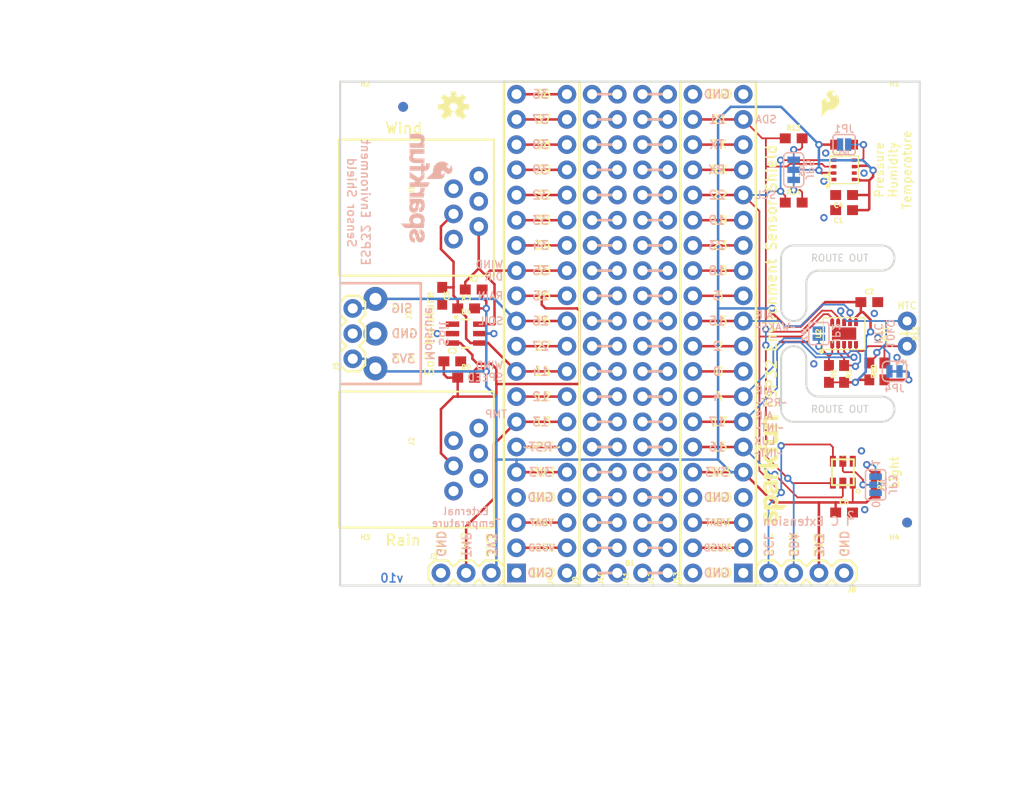
<source format=kicad_pcb>
(kicad_pcb (version 20211014) (generator pcbnew)
  (layers (0 "F.Cu" signal) (1 "In1.Cu" signal) (2 "In2.Cu" signal) (31 "B.Cu" signal) (34 "B.Paste" user) (35 "F.Paste" user) (36 "B.SilkS" user "B.Silkscreen") (37 "F.SilkS" user "F.Silkscreen") (38 "B.Mask" user) (39 "F.Mask" user) (44 "Edge.Cuts" user))
  (net 0 "")
  (net 1 "GND")
  (net 2 "SCL")
  (net 3 "SDA")
  (net 4 "3.3V")
  (net 5 "ADDR_TSL2561")
  (net 6 "LUX_INT")
  (net 7 "N$1")
  (net 8 "N$2")
  (net 9 "CCS811_~{RST}")
  (net 10 "CCS811_ADDR")
  (net 11 "CCS811_AUX")
  (net 12 "CCS811_~{INT}")
  (net 13 "CCS811_~{WAKE}")
  (net 14 "N$3")
  (net 15 "NTC_SENSE")
  (net 16 "SOIL_MOISTURE")
  (net 17 "WIND_DIR")
  (net 18 "WIND_SPEED")
  (net 19 "RAINFALL")
  (net 20 "EXT_TEMPERATURE")
  (net 21 "N$4")
  (net 22 "N$5")
  (net 23 "N$6")
  (net 24 "N$7")
  (net 25 "N$8")
  (net 26 "N$11")
  (net 27 "N$12")
  (net 28 "N$13")
  (net 29 "N$14")
  (net 30 "N$15")
  (net 31 "N$16")
  (net 32 "N$17")
  (net 33 "N$18")
  (net 34 "N$19")
  (net 35 "N$20")
  (net 36 "N$23")
  (net 37 "N$24")
  (net 38 "N$25")
  (net 39 "N$26")
  (net 40 "N$27")
  (net 41 "N$28")
  (net 42 "N$29")
  (net 43 "N$30")
  (net 44 "N$31")
  (net 45 "N$32")
  (net 46 "N$33")
  (net 47 "N$34")
  (net 48 "N$35")
  (net 49 "N$36")
  (net 50 "N$37")
  (net 51 "N$38")
  (net 52 "N$39")
  (net 53 "N$40")
  (net 54 "N$41")
  (net 55 "N$42")
  (net 56 "N$43")
  (net 57 "N$44")
  (net 58 "N$45")
  (net 59 "N$46")
  (net 60 "N$47")
  (net 61 "N$48")
  (net 62 "N$49")
  (net 63 "N$50")
  (net 64 "N$51")
  (net 65 "N$52")
  (net 66 "N$53")
  (net 67 "N$54")
  (net 68 "N$55")
  (net 69 "N$56")
  (net 70 "N$57")
  (net 71 "N$58")
  (net 72 "N$59")
  (net 73 "N$60")
  (net 74 "N$61")
  (net 75 "N$62")
  (net 76 "N$63")
  (net 77 "N$64")
  (net 78 "N$65")
  (net 79 "N$66")
  (net 80 "N$67")
  (net 81 "N$68")
  (net 82 "N$21")
  (net 83 "N$22")
  (net 84 "N$9")
  (footprint "boardEagle:STAND-OFF" (layer "F.Cu") (at 175.1711 82.1436)
    (fp_text reference "H1")
    (fp_text value "STAND-OFF")
  )
  (footprint "boardEagle:1X20_NOSILK" (layer "F.Cu") (at 149.7711 129.1336 90)
    (fp_text reference "J11")
    (fp_text value "")
  )
  (footprint "boardEagle:0603" (layer "F.Cu") (at 131.9911 102.4636)
    (fp_text reference "R3")
    (fp_text value "1k")
  )
  (footprint "boardEagle:0603" (layer "F.Cu") (at 174.1551 108.8136 90)
    (fp_text reference "R8")
    (fp_text value "10k")
  )
  (footprint "boardEagle:0603" (layer "F.Cu") (at 170.0911 92.5576 180)
    (fp_text reference "C1")
    (fp_text value "0.1uF")
  )
  (footprint "boardEagle:1X20_NOSILK" (layer "F.Cu") (at 142.1511 129.1336 90)
    (fp_text reference "J4")
    (fp_text value "")
  )
  (footprint "boardEagle:0603" (layer "F.Cu") (at 170.0911 91.0336 180)
    (fp_text reference "C4")
    (fp_text value "0.1uF")
  )
  (footprint "boardEagle:OSHW-LOGO-S" (layer "F.Cu") (at 130.7211 82.1436)
    (fp_text reference "LOGO4" hide)
    (fp_text value "OSHW-LOGOS" hide)
  )
  (footprint "boardEagle:FIDUCIAL-1X2" (layer "F.Cu") (at 176.4411 124.0536)
    (fp_text reference "FD2" hide)
    (fp_text value "FIDUCIAL1X2" hide)
  )
  (footprint "boardEagle:1X04" (layer "F.Cu") (at 170.0911 129.1336 180)
    (fp_text reference "J8")
    (fp_text value "")
  )
  (footprint "boardEagle:RJ11-6" (layer "F.Cu") (at 124.3711 117.7036 -90)
    (fp_text reference "J2")
    (fp_text value "WEATHER_METER-RAIN")
  )
  (footprint "boardEagle:ESP32_THING_NO_ANT" (layer "F.Cu") (at 135.8011 130.4036)
    (fp_text reference "B1")
    (fp_text value "ESP32_THING_WO_ANT_KEEPOUT")
  )
  (footprint "boardEagle:0603" (layer "F.Cu") (at 172.6311 108.8136 -90)
    (fp_text reference "R10")
    (fp_text value "10k")
  )
  (footprint "boardEagle:RJ11-6" (layer "F.Cu") (at 124.3711 92.3036 -90)
    (fp_text reference "J1")
    (fp_text value "WEATHER_METER-WIND")
  )
  (footprint "boardEagle:AXIAL-0.1" (layer "F.Cu") (at 176.4411 105.0036 -90)
    (fp_text reference "R12")
    (fp_text value "DNP")
  )
  (footprint "boardEagle:0603" (layer "F.Cu") (at 130.5941 107.7976)
    (fp_text reference "C3")
    (fp_text value "1.0uF")
  )
  (footprint "boardEagle:SCREWTERMINAL-3.5MM-3-NS" (layer "F.Cu") (at 122.8471 101.5036 -90)
    (fp_text reference "J7")
    (fp_text value "")
  )
  (footprint "boardEagle:STAND-OFF" (layer "F.Cu") (at 121.8311 82.1436)
    (fp_text reference "H2")
    (fp_text value "STAND-OFF")
  )
  (footprint "boardEagle:0603" (layer "F.Cu") (at 165.0111 91.7956)
    (fp_text reference "R14")
    (fp_text value "4.7k")
  )
  (footprint "boardEagle:SFE_LOGO_NAME_.1" (layer "F.Cu") (at 164.7571 124.6886 90)
    (fp_text reference "LOGO1" hide)
    (fp_text value "SFE_LOGO_NAME.1_INCH" hide)
  )
  (footprint "boardEagle:0603" (layer "F.Cu") (at 170.0911 123.0376)
    (fp_text reference "C6")
    (fp_text value "0.1uF")
  )
  (footprint "boardEagle:0603" (layer "F.Cu") (at 132.7531 100.5586)
    (fp_text reference "R2")
    (fp_text value "10k")
  )
  (footprint "boardEagle:1X03" (layer "F.Cu") (at 129.4511 129.1336)
    (fp_text reference "J3")
    (fp_text value "")
  )
  (footprint "boardEagle:0603" (layer "F.Cu") (at 173.2661 120.2436 -90)
    (fp_text reference "R7")
    (fp_text value "100k")
  )
  (footprint "boardEagle:CREATIVE_COMMONS" (layer "F.Cu") (at 105.3211 151.9936)
    (fp_text reference "FRAME1" hide)
    (fp_text value "FRAME-LETTER" hide)
  )
  (footprint "boardEagle:0603" (layer "F.Cu") (at 129.5781 101.1936 -90)
    (fp_text reference "C5")
    (fp_text value "1.0uF")
  )
  (footprint "boardEagle:SFE_LOGO_FLAME_.1" (layer "F.Cu") (at 167.5511 83.4136)
    (fp_text reference "LOGO3" hide)
    (fp_text value "SFE_LOGO_FLAME.1_INCH" hide)
  )
  (footprint "boardEagle:0603" (layer "F.Cu") (at 172.6311 101.8286)
    (fp_text reference "C2")
    (fp_text value "1.0uF")
  )
  (footprint "boardEagle:STAND-OFF" (layer "F.Cu") (at 121.8311 127.8636)
    (fp_text reference "H3")
    (fp_text value "STAND-OFF")
  )
  (footprint "boardEagle:LGA-8-2.5X2.5" (layer "F.Cu") (at 170.0911 88.4936 90)
    (fp_text reference "U1")
    (fp_text value "BME280")
  )
  (footprint "boardEagle:1X03" (layer "F.Cu") (at 120.5611 107.5436 90)
    (fp_text reference "J5")
    (fp_text value "")
  )
  (footprint "boardEagle:0603" (layer "F.Cu") (at 168.5671 109.0676 -90)
    (fp_text reference "R6")
    (fp_text value "100k")
  )
  (footprint "boardEagle:STAND-OFF" (layer "F.Cu") (at 175.1711 127.8636)
    (fp_text reference "H4")
    (fp_text value "STAND-OFF")
  )
  (footprint "boardEagle:1X20_NOSILK" (layer "F.Cu") (at 147.2311 129.1336 90)
    (fp_text reference "J10")
    (fp_text value "")
  )
  (footprint "boardEagle:1X20_NOSILK" (layer "F.Cu") (at 152.3111 129.1336 90)
    (fp_text reference "J12")
    (fp_text value "")
  )
  (footprint "boardEagle:0603" (layer "F.Cu") (at 131.9911 109.4486)
    (fp_text reference "R9")
    (fp_text value "1k")
  )
  (footprint "boardEagle:0603" (layer "F.Cu") (at 170.0911 85.9536 180)
    (fp_text reference "R4")
    (fp_text value "100k")
  )
  (footprint "boardEagle:0603" (layer "F.Cu") (at 170.0911 109.0676 -90)
    (fp_text reference "R1")
    (fp_text value "100k")
  )
  (footprint "boardEagle:FIDUCIAL-1X2" (layer "F.Cu") (at 125.6411 82.1436)
    (fp_text reference "FD1" hide)
    (fp_text value "FIDUCIAL1X2" hide)
  )
  (footprint "boardEagle:1X20_NOSILK" (layer "F.Cu") (at 144.6911 129.1336 90)
    (fp_text reference "J9")
    (fp_text value "")
  )
  (footprint "boardEagle:SOT-23-6" (layer "F.Cu") (at 131.9911 105.0036 -90)
    (fp_text reference "U4")
    (fp_text value "TVS Diode")
  )
  (footprint "boardEagle:1X20_NOSILK" (layer "F.Cu") (at 154.8511 129.1336 90)
    (fp_text reference "J13")
    (fp_text value "")
  )
  (footprint "boardEagle:0603" (layer "F.Cu") (at 165.0111 85.3186)
    (fp_text reference "R13")
    (fp_text value "4.7k")
  )
  (footprint "boardEagle:LGA10-2.7X4.0MM" (layer "F.Cu") (at 170.0911 105.0036 90)
    (fp_text reference "U2")
    (fp_text value "CCS811")
  )
  (footprint "boardEagle:CHIPLED-6" (layer "F.Cu") (at 169.9641 118.9736 -90)
    (fp_text reference "U3")
    (fp_text value "APDS-9301")
  )
  (footprint "boardEagle:SFE_LOGO_NAME_FLAME_.1" (layer "B.Cu") (at 125.3871 96.2406 90)
    (fp_text reference "LOGO2" hide)
    (fp_text value "SFE_LOGO_NAME_FLAME.1_INCH" hide)
  )
  (footprint "boardEagle:SMT-JUMPER_2_NC_TRACE_SILK" (layer "B.Cu") (at 175.1711 108.8136 180)
    (fp_text reference "JP4")
    (fp_text value "")
  )
  (footprint "boardEagle:SMT-JUMPER_3_NO_SILK" (layer "B.Cu") (at 173.2661 120.2436 90)
    (fp_text reference "JP3")
    (fp_text value "")
  )
  (footprint "boardEagle:SMT-JUMPER_2_NO_SILK" (layer "B.Cu") (at 167.5511 105.0036 -90)
    (fp_text reference "JP2")
    (fp_text value "")
  )
  (footprint "boardEagle:SMT-JUMPER_2_NO_SILK" (layer "B.Cu") (at 170.0911 85.9536)
    (fp_text reference "JP1")
    (fp_text value "")
  )
  (footprint "boardEagle:FIDUCIAL-1X2" (layer "B.Cu") (at 176.4411 124.0536 180)
    (fp_text reference "FD3" hide)
    (fp_text value "FIDUCIAL1X2" hide)
  )
  (footprint "boardEagle:SMT-JUMPER_3_2-NC_TRACE_SILK" (layer "B.Cu") (at 165.0111 88.4936 90)
    (fp_text reference "JP5")
    (fp_text value "")
  )
  (footprint "boardEagle:FIDUCIAL-1X2" (layer "B.Cu") (at 125.6411 82.1436 180)
    (fp_text reference "FD4" hide)
    (fp_text value "FIDUCIAL1X2" hide)
  )
  (gr_line (start 152.3111 129.1336) (end 149.7711 129.1336) (layer "B.SilkS") (width 0.254))
  (gr_line (start 144.6911 103.7336) (end 147.2311 103.7336) (layer "B.SilkS") (width 0.254))
  (gr_line (start 144.6911 124.0536) (end 147.2311 124.0536) (layer "B.SilkS") (width 0.254))
  (gr_line (start 127.4191 110.0836) (end 119.2911 110.0836) (layer "B.SilkS") (width 0.254))
  (gr_line (start 144.6911 83.4136) (end 147.2311 83.4136) (layer "B.SilkS") (width 0.254))
  (gr_line (start 152.3111 121.5136) (end 149.7711 121.5136) (layer "B.SilkS") (width 0.254))
  (gr_line (start 152.3111 91.0336) (end 149.7711 91.0336) (layer "B.SilkS") (width 0.254))
  (gr_line (start 144.6911 108.8136) (end 147.2311 108.8136) (layer "B.SilkS") (width 0.254))
  (gr_line (start 152.3111 93.5736) (end 149.7711 93.5736) (layer "B.SilkS") (width 0.254))
  (gr_line (start 144.6911 96.1136) (end 147.2311 96.1136) (layer "B.SilkS") (width 0.254))
  (gr_line (start 144.6911 106.2736) (end 147.2311 106.2736) (layer "B.SilkS") (width 0.254))
  (gr_line (start 144.6911 93.5736) (end 147.2311 93.5736) (layer "B.SilkS") (width 0.254))
  (gr_line (start 144.6911 91.0336) (end 147.2311 91.0336) (layer "B.SilkS") (width 0.254))
  (gr_line (start 152.3111 98.6536) (end 149.7711 98.6536) (layer "B.SilkS") (width 0.254))
  (gr_line (start 144.6911 121.5136) (end 147.2311 121.5136) (layer "B.SilkS") (width 0.254))
  (gr_line (start 152.3111 126.5936) (end 149.7711 126.5936) (layer "B.SilkS") (width 0.254))
  (gr_line (start 152.3111 103.7336) (end 149.7711 103.7336) (layer "B.SilkS") (width 0.254))
  (gr_line (start 152.3111 113.8936) (end 149.7711 113.8936) (layer "B.SilkS") (width 0.254))
  (gr_line (start 119.2911 99.9236) (end 127.4191 99.9236) (layer "B.SilkS") (width 0.254))
  (gr_line (start 152.3111 88.4936) (end 149.7711 88.4936) (layer "B.SilkS") (width 0.254))
  (gr_line (start 144.6911 88.4936) (end 147.2311 88.4936) (layer "B.SilkS") (width 0.254))
  (gr_line (start 152.3111 111.3536) (end 149.7711 111.3536) (layer "B.SilkS") (width 0.254))
  (gr_line (start 152.3111 108.8136) (end 149.7711 108.8136) (layer "B.SilkS") (width 0.254))
  (gr_line (start 144.6911 80.8736) (end 147.2311 80.8736) (layer "B.SilkS") (width 0.254))
  (gr_line (start 152.3111 85.9536) (end 149.7711 85.9536) (layer "B.SilkS") (width 0.254))
  (gr_line (start 144.6911 98.6536) (end 147.2311 98.6536) (layer "B.SilkS") (width 0.254))
  (gr_line (start 152.3111 106.2736) (end 149.7711 106.2736) (layer "B.SilkS") (width 0.254))
  (gr_line (start 144.6911 113.8936) (end 147.2311 113.8936) (layer "B.SilkS") (width 0.254))
  (gr_line (start 127.4191 110.0836) (end 127.4191 99.9236) (layer "B.SilkS") (width 0.254))
  (gr_line (start 144.6911 129.1336) (end 147.2311 129.1336) (layer "B.SilkS") (width 0.254))
  (gr_line (start 144.6911 116.4336) (end 147.2311 116.4336) (layer "B.SilkS") (width 0.254))
  (gr_line (start 152.3111 118.9736) (end 149.7711 118.9736) (layer "B.SilkS") (width 0.254))
  (gr_line (start 144.6911 85.9536) (end 147.2311 85.9536) (layer "B.SilkS") (width 0.254))
  (gr_line (start 144.6911 118.9736) (end 147.2311 118.9736) (layer "B.SilkS") (width 0.254))
  (gr_line (start 152.3111 101.1936) (end 149.7711 101.1936) (layer "B.SilkS") (width 0.254))
  (gr_line (start 152.3111 80.8736) (end 149.7711 80.8736) (layer "B.SilkS") (width 0.254))
  (gr_line (start 144.6911 101.1936) (end 147.2311 101.1936) (layer "B.SilkS") (width 0.254))
  (gr_line (start 144.6911 111.3536) (end 147.2311 111.3536) (layer "B.SilkS") (width 0.254))
  (gr_line (start 152.3111 83.4136) (end 149.7711 83.4136) (layer "B.SilkS") (width 0.254))
  (gr_line (start 144.6911 126.5936) (end 147.2311 126.5936) (layer "B.SilkS") (width 0.254))
  (gr_line (start 152.3111 96.1136) (end 149.7711 96.1136) (layer "B.SilkS") (width 0.254))
  (gr_line (start 152.3111 116.4336) (end 149.7711 116.4336) (layer "B.SilkS") (width 0.254))
  (gr_line (start 152.3111 124.0536) (end 149.7711 124.0536) (layer "B.SilkS") (width 0.254))
  (gr_line (start 144.6911 96.1136) (end 147.2311 96.1136) (layer "F.SilkS") (width 0.254))
  (gr_line (start 144.6911 93.5736) (end 147.2311 93.5736) (layer "F.SilkS") (width 0.254))
  (gr_line (start 149.7711 96.1136) (end 152.3111 96.1136) (layer "F.SilkS") (width 0.254))
  (gr_line (start 149.7711 93.5736) (end 152.3111 93.5736) (layer "F.SilkS") (width 0.254))
  (gr_line (start 144.6911 106.2736) (end 147.2311 106.2736) (layer "F.SilkS") (width 0.254))
  (gr_line (start 144.6911 121.5136) (end 147.2311 121.5136) (layer "F.SilkS") (width 0.254))
  (gr_line (start 149.7711 101.1936) (end 152.3111 101.1936) (layer "F.SilkS") (width 0.254))
  (gr_line (start 144.6911 88.4936) (end 147.2311 88.4936) (layer "F.SilkS") (width 0.254))
  (gr_line (start 149.7711 83.4136) (end 152.3111 83.4136) (layer "F.SilkS") (width 0.254))
  (gr_line (start 153.5811 79.6036) (end 153.5811 130.4036) (layer "F.SilkS") (width 0.254))
  (gr_line (start 149.7711 129.1336) (end 152.3111 129.1336) (layer "F.SilkS") (width 0.254))
  (gr_line (start 135.8011 130.4036) (end 135.8011 79.6036) (layer "F.SilkS") (width 0.254))
  (gr_line (start 153.5811 130.4036) (end 161.2011 130.4036) (layer "F.SilkS") (width 0.254))
  (gr_line (start 143.4211 130.4036) (end 135.8011 130.4036) (layer "F.SilkS") (width 0.254))
  (gr_line (start 149.7711 108.8136) (end 152.3111 108.8136) (layer "F.SilkS") (width 0.254))
  (gr_line (start 144.6911 113.8936) (end 147.2311 113.8936) (layer "F.SilkS") (width 0.254))
  (gr_line (start 144.6911 98.6536) (end 147.2311 98.6536) (layer "F.SilkS") (width 0.254))
  (gr_line (start 149.7711 85.9536) (end 152.3111 85.9536) (layer "F.SilkS") (width 0.254))
  (gr_line (start 149.7711 80.8736) (end 152.3111 80.8736) (layer "F.SilkS") (width 0.254))
  (gr_line (start 149.7711 98.6536) (end 152.3111 98.6536) (layer "F.SilkS") (width 0.254))
  (gr_line (start 119.2911 99.9236) (end 127.4191 99.9236) (layer "F.SilkS") (width 0.254))
  (gr_line (start 135.8011 79.6036) (end 143.4211 79.6036) (layer "F.SilkS") (width 0.254))
  (gr_line (start 149.7711 103.7336) (end 152.3111 103.7336) (layer "F.SilkS") (width 0.254))
  (gr_line (start 149.7711 106.2736) (end 152.3111 106.2736) (layer "F.SilkS") (width 0.254))
  (gr_line (start 144.6911 124.0536) (end 147.2311 124.0536) (layer "F.SilkS") (width 0.254))
  (gr_line (start 144.6911 83.4136) (end 147.2311 83.4136) (layer "F.SilkS") (width 0.254))
  (gr_line (start 149.7711 121.5136) (end 152.3111 121.5136) (layer "F.SilkS") (width 0.254))
  (gr_line (start 144.6911 103.7336) (end 147.2311 103.7336) (layer "F.SilkS") (width 0.254))
  (gr_line (start 149.7711 91.0336) (end 152.3111 91.0336) (layer "F.SilkS") (width 0.254))
  (gr_line (start 161.2011 79.6036) (end 161.2011 130.4036) (layer "F.SilkS") (width 0.254))
  (gr_line (start 144.6911 101.1936) (end 147.2311 101.1936) (layer "F.SilkS") (width 0.254))
  (gr_line (start 149.7711 111.3536) (end 152.3111 111.3536) (layer "F.SilkS") (width 0.254))
  (gr_line (start 149.7711 113.8936) (end 152.3111 113.8936) (layer "F.SilkS") (width 0.254))
  (gr_line (start 144.6911 118.9736) (end 147.2311 118.9736) (layer "F.SilkS") (width 0.254))
  (gr_line (start 144.6911 116.4336) (end 147.2311 116.4336) (layer "F.SilkS") (width 0.254))
  (gr_line (start 149.7711 124.0536) (end 152.3111 124.0536) (layer "F.SilkS") (width 0.254))
  (gr_line (start 144.6911 108.8136) (end 147.2311 108.8136) (layer "F.SilkS") (width 0.254))
  (gr_line (start 144.6911 111.3536) (end 147.2311 111.3536) (layer "F.SilkS") (width 0.254))
  (gr_line (start 149.7711 116.4336) (end 152.3111 116.4336) (layer "F.SilkS") (width 0.254))
  (gr_line (start 144.6911 85.9536) (end 147.2311 85.9536) (layer "F.SilkS") (width 0.254))
  (gr_line (start 144.6911 80.8736) (end 147.2311 80.8736) (layer "F.SilkS") (width 0.254))
  (gr_line (start 149.7711 126.5936) (end 152.3111 126.5936) (layer "F.SilkS") (width 0.254))
  (gr_line (start 149.7711 88.4936) (end 152.3111 88.4936) (layer "F.SilkS") (width 0.254))
  (gr_line (start 144.6911 129.1336) (end 147.2311 129.1336) (layer "F.SilkS") (width 0.254))
  (gr_line (start 143.4211 79.6036) (end 143.4211 130.4036) (layer "F.SilkS") (width 0.254))
  (gr_line (start 161.2011 79.6036) (end 153.5811 79.6036) (layer "F.SilkS") (width 0.254))
  (gr_line (start 127.4191 99.9236) (end 127.4191 110.0836) (layer "F.SilkS") (width 0.254))
  (gr_line (start 127.4191 110.0836) (end 119.2911 110.0836) (layer "F.SilkS") (width 0.254))
  (gr_line (start 149.7711 118.9736) (end 152.3111 118.9736) (layer "F.SilkS") (width 0.254))
  (gr_line (start 144.6911 126.5936) (end 147.2311 126.5936) (layer "F.SilkS") (width 0.254))
  (gr_line (start 144.6911 91.0336) (end 147.2311 91.0336) (layer "F.SilkS") (width 0.254))
  (gr_arc (start 163.7411 97.3836) (mid 164.113074 96.485574) (end 165.0111 96.1136) (layer "Edge.Cuts") (width 0.2032))
  (gr_arc (start 166.2811 99.9236) (mid 166.653074 99.025574) (end 167.5511 98.6536) (layer "Edge.Cuts") (width 0.2032))
  (gr_arc (start 175.1711 97.3836) (mid 174.799126 98.281626) (end 173.9011 98.6536) (layer "Edge.Cuts") (width 0.2032))
  (gr_line (start 165.0111 113.8936) (end 173.9011 113.8936) (layer "Edge.Cuts") (width 0.2032))
  (gr_line (start 163.7411 102.4636) (end 163.7411 97.3836) (layer "Edge.Cuts") (width 0.2032))
  (gr_line (start 173.9011 111.3536) (end 167.5511 111.3536) (layer "Edge.Cuts") (width 0.2032))
  (gr_line (start 166.2811 110.0836) (end 166.2811 107.5436) (layer "Edge.Cuts") (width 0.2032))
  (gr_line (start 163.7411 107.5436) (end 163.7411 112.6236) (layer "Edge.Cuts") (width 0.2032))
  (gr_line (start 173.9011 96.1136) (end 165.0111 96.1136) (layer "Edge.Cuts") (width 0.2032))
  (gr_line (start 167.5511 98.6536) (end 173.9011 98.6536) (layer "Edge.Cuts") (width 0.2032))
  (gr_arc (start 165.0111 103.7336) (mid 164.113074 103.361626) (end 163.7411 102.4636) (layer "Edge.Cuts") (width 0.2032))
  (gr_arc (start 163.7411 107.5436) (mid 164.113074 106.645574) (end 165.0111 106.2736) (layer "Edge.Cuts") (width 0.2032))
  (gr_line (start 119.2911 130.4036) (end 119.2911 79.6036) (layer "Edge.Cuts") (width 0.2032))
  (gr_arc (start 167.5511 111.3536) (mid 166.653074 110.981626) (end 166.2811 110.0836) (layer "Edge.Cuts") (width 0.2032))
  (gr_arc (start 175.1711 112.6236) (mid 174.799126 113.521626) (end 173.9011 113.8936) (layer "Edge.Cuts") (width 0.2032))
  (gr_line (start 177.7111 79.6036) (end 177.7111 130.4036) (layer "Edge.Cuts") (width 0.2032))
  (gr_line (start 177.7111 130.4036) (end 119.2911 130.4036) (layer "Edge.Cuts") (width 0.2032))
  (gr_arc (start 165.0111 106.2736) (mid 165.909126 106.645574) (end 166.2811 107.5436) (layer "Edge.Cuts") (width 0.2032))
  (gr_line (start 119.2911 79.6036) (end 177.7111 79.6036) (layer "Edge.Cuts") (width 0.2032))
  (gr_arc (start 165.0111 113.8936) (mid 164.113074 113.521626) (end 163.7411 112.6236) (layer "Edge.Cuts") (width 0.2032))
  (gr_arc (start 173.9011 96.1136) (mid 174.799126 96.485574) (end 175.1711 97.3836) (layer "Edge.Cuts") (width 0.2032))
  (gr_arc (start 173.9011 111.3536) (mid 174.799126 111.725574) (end 175.1711 112.6236) (layer "Edge.Cuts") (width 0.2032))
  (gr_arc (start 166.2811 102.4636) (mid 165.909126 103.361626) (end 165.0111 103.7336) (layer "Edge.Cuts") (width 0.2032))
  (gr_line (start 166.2811 99.9236) (end 166.2811 102.4636) (layer "Edge.Cuts") (width 0.2032))
  (gr_text "v10" (at 124.4981 130.1496) (layer "B.Cu") (effects (font (size 0.8636 0.8636) (thickness 0.1524)) (justify bottom mirror)))
  (gr_text "33" (at 139.4841 93.5736) (layer "B.SilkS") (effects (font (size 0.8636 0.8636) (thickness 0.1524)) (justify mirror)))
  (gr_text "23" (at 157.2641 96.1136) (layer "B.SilkS") (effects (font (size 0.8636 0.8636) (thickness 0.1524)) (justify mirror)))
  (gr_text "GND" (at 129.4511 127.6096 -90) (layer "B.SilkS") (effects (font (size 0.8636 0.8636) (thickness 0.1524)) (justify left mirror)))
  (gr_text "GND" (at 124.3711 105.0036) (layer "B.SilkS") (effects (font (size 0.8636 0.8636) (thickness 0.1524)) (justify right mirror)))
  (gr_text "15" (at 157.2641 103.7336) (layer "B.SilkS") (effects (font (size 0.8636 0.8636) (thickness 0.1524)) (justify mirror)))
  (gr_text "32" (at 139.4841 91.0336) (layer "B.SilkS") (effects (font (size 0.8636 0.8636) (thickness 0.1524)) (justify mirror)))
  (gr_text "5" (at 157.2641 101.1936) (layer "B.SilkS") (effects (font (size 0.8636 0.8636) (thickness 0.1524)) (justify mirror)))
  (gr_text "~RST~" (at 139.4841 116.4336) (layer "B.SilkS") (effects (font (size 0.8636 0.8636) (thickness 0.1524)) (justify mirror)))
  (gr_text "18" (at 157.2641 98.6536) (layer "B.SilkS") (effects (font (size 0.8636 0.8636) (thickness 0.1524)) (justify mirror)))
  (gr_text "AIR\n~INT~" (at 161.0741 113.8936) (layer "B.SilkS") (effects (font (size 0.75565 0.75565) (thickness 0.13335)) (justify right mirror)))
  (gr_text "JP4" (at 175.1711 110.0836) (layer "B.SilkS") (effects (font (size 0.75565 0.75565) (thickness 0.13335)) (justify top mirror)))
  (gr_text "13" (at 139.4841 113.8936) (layer "B.SilkS") (effects (font (size 0.8636 0.8636) (thickness 0.1524)) (justify mirror)))
  (gr_text "JP1" (at 170.0911 84.8106) (layer "B.SilkS") (effects (font (size 0.75565 0.75565) (thickness 0.13335)) (justify bottom mirror)))
  (gr_text "1" (at 173.2661 118.4656 -90) (layer "B.SilkS") (effects (font (size 0.75565 0.75565) (thickness 0.13335)) (justify left mirror)))
  (gr_text "22" (at 157.2641 91.0336) (layer "B.SilkS") (effects (font (size 0.8636 0.8636) (thickness 0.1524)) (justify mirror)))
  (gr_text "2" (at 171.2087 123.7742) (layer "B.SilkS") (effects (font (size 0.75565 0.75565) (thickness 0.13335)) (justify left bottom mirror)))
  (gr_text "14" (at 139.4841 108.8136) (layer "B.SilkS") (effects (font (size 0.8636 0.8636) (thickness 0.1524)) (justify mirror)))
  (gr_text "34" (at 139.4841 96.1136) (layer "B.SilkS") (effects (font (size 0.8636 0.8636) (thickness 0.1524)) (justify mirror)))
  (gr_text "17" (at 157.2641 113.8936) (layer "B.SilkS") (effects (font (size 0.8636 0.8636) (thickness 0.1524)) (justify mirror)))
  (gr_text "27" (at 139.4841 106.2736) (layer "B.SilkS") (effects (font (size 0.8636 0.8636) (thickness 0.1524)) (justify mirror)))
  (gr_text "25" (at 139.4841 101.1936) (layer "B.SilkS") (effects (font (size 0.8636 0.8636) (thickness 0.1524)) (justify mirror)))
  (gr_text "21" (at 157.2641 83.4136) (layer "B.SilkS") (effects (font (size 0.8636 0.8636) (thickness 0.1524)) (justify mirror)))
  (gr_text "TMP" (at 136.1821 113.1316) (layer "B.SilkS") (effects (font (size 0.75565 0.75565) (thickness 0.13335)) (justify left mirror)))
  (gr_text "0" (at 157.2641 108.8136) (layer "B.SilkS") (effects (font (size 0.8636 0.8636) (thickness 0.1524)) (justify mirror)))
  (gr_text "12" (at 139.4841 111.3536) (layer "B.SilkS") (effects (font (size 0.8636 0.8636) (thickness 0.1524)) (justify mirror)))
  (gr_text "RX" (at 157.2641 88.4936) (layer "B.SilkS") (effects (font (size 0.8636 0.8636) (thickness 0.1524)) (justify mirror)))
  (gr_text "JP5" (at 166.1541 88.4936 -90) (layer "B.SilkS") (effects (font (size 0.75565 0.75565) (thickness 0.13335)) (justify bottom mirror)))
  (gr_text "External\nTemperature" (at 131.9911 124.5616) (layer "B.SilkS") (effects (font (size 0.75565 0.75565) (thickness 0.13335)) (justify bottom mirror)))
  (gr_text "RAIN" (at 135.8011 101.1936) (layer "B.SilkS") (effects (font (size 0.75565 0.75565) (thickness 0.13335)) (justify left mirror)))
  (gr_text "ESP32 Environment\nSensor Shield" (at 122.3391 91.7956 -90) (layer "B.SilkS") (effects (font (size 0.8636 0.8636) (thickness 0.1524)) (justify top mirror)))
  (gr_text "TX" (at 157.2641 85.9536) (layer "B.SilkS") (effects (font (size 0.8636 0.8636) (thickness 0.1524)) (justify mirror)))
  (gr_text "3V3" (at 157.2641 118.9736) (layer "B.SilkS") (effects (font (size 0.8636 0.8636) (thickness 0.1524)) (justify mirror)))
  (gr_text "VUSB" (at 157.2641 126.5936) (layer "B.SilkS") (effects (font (size 0.69088 0.69088) (thickness 0.12192)) (justify mirror)))
  (gr_text "SDA" (at 165.0111 127.6096 -90) (layer "B.SilkS") (effects (font (size 0.8636 0.8636) (thickness 0.1524)) (justify left mirror)))
  (gr_text "Soil\nMoisture" (at 127.8001 105.0036 -90) (layer "B.SilkS") (effects (font (size 0.8636 0.8636) (thickness 0.1524)) (justify bottom mirror)))
  (gr_text "WIND\nSPEED" (at 135.8011 108.8136) (layer "B.SilkS") (effects (font (size 0.75565 0.75565) (thickness 0.13335)) (justify left mirror)))
  (gr_text "3V3" (at 124.3711 107.5436) (layer "B.SilkS") (effects (font (size 0.8636 0.8636) (thickness 0.1524)) (justify right mirror)))
  (gr_text "AIR\n~RST~" (at 161.0741 111.3536) (layer "B.SilkS") (effects (font (size 0.75565 0.75565) (thickness 0.13335)) (justify right mirror)))
  (gr_text "3V3" (at 167.5511 127.6096 -90) (layer "B.SilkS") (effects (font (size 0.8636 0.8636) (thickness 0.1524)) (justify left mirror)))
  (gr_text "36" (at 139.4841 80.8736) (layer "B.SilkS") (effects (font (size 0.8636 0.8636) (thickness 0.1524)) (justify mirror)))
  (gr_text "26" (at 139.4841 103.7336) (layer "B.SilkS") (effects (font (size 0.8636 0.8636) (thickness 0.1524)) (justify mirror)))
  (gr_text "VUSB" (at 139.6111 126.5936) (layer "B.SilkS") (effects (font (size 0.69088 0.69088) (thickness 0.12192)) (justify mirror)))
  (gr_text "0" (at 173.2661 121.7676 -90) (layer "B.SilkS") (effects (font (size 0.75565 0.75565) (thickness 0.13335)) (justify right mirror)))
  (gr_text "GND" (at 139.4841 129.1336) (layer "B.SilkS") (effects (font (size 0.8636 0.8636) (thickness 0.1524)) (justify mirror)))
  (gr_text "39" (at 139.4841 88.4936) (layer "B.SilkS") (effects (font (size 0.8636 0.8636) (thickness 0.1524)) (justify mirror)))
  (gr_text "JP3" (at 174.5361 120.2436 -90) (layer "B.SilkS") (effects (font (size 0.75565 0.75565) (thickness 0.13335)) (justify bottom mirror)))
  (gr_text "4" (at 157.2641 111.3536) (layer "B.SilkS") (effects (font (size 0.8636 0.8636) (thickness 0.1524)) (justify mirror)))
  (gr_text "WIND\nDIR" (at 135.8011 98.6536) (layer "B.SilkS") (effects (font (size 0.75565 0.75565) (thickness 0.13335)) (justify left mirror)))
  (gr_text "LUX\n~INT~" (at 160.9471 116.4336) (layer "B.SilkS") (effects (font (size 0.75565 0.75565) (thickness 0.13335)) (justify right mirror)))
  (gr_text "16" (at 157.2641 116.4336) (layer "B.SilkS") (effects (font (size 0.8636 0.8636) (thickness 0.1524)) (justify mirror)))
  (gr_text "VBAT" (at 139.6111 124.0536) (layer "B.SilkS") (effects (font (size 0.69088 0.69088) (thickness 0.12192)) (justify mirror)))
  (gr_text "SDA" (at 161.0741 83.4136) (layer "B.SilkS") (effects (font (size 0.75565 0.75565) (thickness 0.13335)) (justify right mirror)))
  (gr_text "GND" (at 157.2641 121.5136) (layer "B.SilkS") (effects (font (size 0.8636 0.8636) (thickness 0.1524)) (justify mirror)))
  (gr_text "VBAT" (at 157.2641 124.0536) (layer "B.SilkS") (effects (font (size 0.69088 0.69088) (thickness 0.12192)) (justify mirror)))
  (gr_text "38" (at 139.4841 85.9536) (layer "B.SilkS") (effects (font (size 0.8636 0.8636) (thickness 0.1524)) (justify mirror)))
  (gr_text "GND" (at 157.2641 129.1336) (layer "B.SilkS") (effects (font (size 0.8636 0.8636) (thickness 0.1524)) (justify mirror)))
  (gr_text "37" (at 139.4841 83.4136) (layer "B.SilkS") (effects (font (size 0.8636 0.8636) (thickness 0.1524)) (justify mirror)))
  (gr_text "SIG" (at 124.3711 102.4636) (layer "B.SilkS") (effects (font (size 0.8636 0.8636) (thickness 0.1524)) (justify right mirror)))
  (gr_text "3V3" (at 139.4841 118.9736) (layer "B.SilkS") (effects (font (size 0.8636 0.8636) (thickness 0.1524)) (justify mirror)))
  (gr_text "GND" (at 170.0911 127.6096 -90) (layer "B.SilkS") (effects (font (size 0.8636 0.8636) (thickness 0.1524)) (justify left mirror)))
  (gr_text "2" (at 157.2641 106.2736) (layer "B.SilkS") (effects (font (size 0.8636 0.8636) (thickness 0.1524)) (justify mirror)))
  (gr_text "SOIL" (at 135.8011 103.7336) (layer "B.SilkS") (effects (font (size 0.75565 0.75565) (thickness 0.13335)) (justify left mirror)))
  (gr_text "SCL" (at 162.4711 127.6096 -90) (layer "B.SilkS") (effects (font (size 0.8636 0.8636) (thickness 0.1524)) (justify left mirror)))
  (gr_text "I C Extension" (at 166.2811 124.4346) (layer "B.SilkS") (effects (font (size 0.8636 0.8636) (thickness 0.1524)) (justify bottom mirror)))
  (gr_text "JP2" (at 168.8211 105.0036 -90) (layer "B.SilkS") (effects (font (size 0.75565 0.75565) (thickness 0.13335)) (justify bottom mirror)))
  (gr_text "GND" (at 157.2641 80.8736) (layer "B.SilkS") (effects (font (size 0.8636 0.8636) (thickness 0.1524)) (justify mirror)))
  (gr_text "19" (at 157.2641 93.5736) (layer "B.SilkS") (effects (font (size 0.8636 0.8636) (thickness 0.1524)) (justify mirror)))
  (gr_text "3V3" (at 134.5311 127.6096 -90) (layer "B.SilkS") (effects (font (size 0.8636 0.8636) (thickness 0.1524)) (justify left mirror)))
  (gr_text "10kΩ\nNTC" (at 175.1711 105.0036 -90) (layer "B.SilkS") (effects (font (size 0.75565 0.75565) (thickness 0.13335)) (justify top mirror)))
  (gr_text "AIR\n~WAKE~" (at 161.0741 103.7336) (layer "B.SilkS") (effects (font (size 0.75565 0.75565) (thickness 0.13335)) (justify right mirror)))
  (gr_text "GND" (at 139.4841 121.5136) (layer "B.SilkS") (effects (font (size 0.8636 0.8636) (thickness 0.1524)) (justify mirror)))
  (gr_text "SCL" (at 161.0741 91.0336) (layer "B.SilkS") (effects (font (size 0.75565 0.75565) (thickness 0.13335)) (justify right mirror)))
  (gr_text "35" (at 139.4841 98.6536) (layer "B.SilkS") (effects (font (size 0.8636 0.8636) (thickness 0.1524)) (justify mirror)))
  (gr_text "TMP" (at 131.9911 127.6096 -90) (layer "B.SilkS") (effects (font (size 0.8636 0.8636) (thickness 0.1524)) (justify left mirror)))
  (gr_text "18" (at 157.5181 98.6536) (layer "F.SilkS") (effects (font (size 0.8636 0.8636) (thickness 0.1524))))
  (gr_text "Air" (at 173.6471 105.0036 90) (layer "F.SilkS") (effects (font (size 0.8636 0.8636) (thickness 0.1524)) (justify top)))
  (gr_text "Light" (at 174.6631 118.9736 90) (layer "F.SilkS") (effects (font (size 0.8636 0.8636) (thickness 0.1524)) (justify top)))
  (gr_text "27" (at 139.7381 106.2736) (layer "F.SilkS") (effects (font (size 0.8636 0.8636) (thickness 0.1524))))
  (gr_text "2" (at 157.5181 106.2736) (layer "F.SilkS") (effects (font (size 0.8636 0.8636) (thickness 0.1524))))
  (gr_text "TMP" (at 131.9911 127.6096 90) (layer "F.SilkS") (effects (font (size 0.8636 0.8636) (thickness 0.1524)) (justify left)))
  (gr_text "23" (at 157.5181 96.1136) (layer "F.SilkS") (effects (font (size 0.8636 0.8636) (thickness 0.1524))))
  (gr_text "32" (at 139.7381 91.0336) (layer "F.SilkS") (effects (font (size 0.8636 0.8636) (thickness 0.1524))))
  (gr_text "SDA" (at 165.0111 127.6096 90) (layer "F.SilkS") (effects (font (size 0.8636 0.8636) (thickness 0.1524)) (justify left)))
  (gr_text "SIG" (at 124.3711 102.4636) (layer "F.SilkS") (effects (font (size 0.8636 0.8636) (thickness 0.1524)) (justify left)))
  (gr_text "38" (at 139.7381 85.9536) (layer "F.SilkS") (effects (font (size 0.8636 0.8636) (thickness 0.1524))))
  (gr_text "3V3" (at 157.5181 118.9736) (layer "F.SilkS") (effects (font (size 0.8636 0.8636) (thickness 0.1524))))
  (gr_text "3V3" (at 167.5511 127.6096 90) (layer "F.SilkS") (effects (font (size 0.8636 0.8636) (thickness 0.1524)) (justify left)))
  (gr_text "37" (at 139.7381 83.4136) (layer "F.SilkS") (effects (font (size 0.8636 0.8636) (thickness 0.1524))))
  (gr_text "3V3" (at 134.5311 127.6096 90) (layer "F.SilkS") (effects (font (size 0.8636 0.8636) (thickness 0.1524)) (justify left)))
  (gr_text "Soil Moisture" (at 127.8001 105.0036 90) (layer "F.SilkS") (effects (font (size 0.8636 0.8636) (thickness 0.1524)) (justify top)))
  (gr_text "ESP32 Environment Sensor Shield" (at 163.3601 112.6236 90) (layer "F.SilkS") (effects (font (size 1.025525 1.025525) (thickness 0.180975)) (justify left bottom)))
  (gr_text "VBAT" (at 157.5181 124.0536) (layer "F.SilkS") (effects (font (size 0.69088 0.69088) (thickness 0.12192))))
  (gr_text "GND" (at 139.7381 129.1336) (layer "F.SilkS") (effects (font (size 0.8636 0.8636) (thickness 0.1524))))
  (gr_text "Wind" (at 123.7361 84.9376) (layer "F.SilkS") (effects (font (size 1.0795 1.0795) (thickness 0.1905)) (justify left bottom)))
  (gr_text "NTC" (at 176.4411 102.5906) (layer "F.SilkS") (effects (font (size 0.69088 0.69088) (thickness 0.12192)) (justify bottom)))
  (gr_text "VUSB" (at 139.6111 126.5936) (layer "F.SilkS") (effects (font (size 0.69088 0.69088) (thickness 0.12192))))
  (gr_text "12" (at 139.7381 111.3536) (layer "F.SilkS") (effects (font (size 0.8636 0.8636) (thickness 0.1524))))
  (gr_text "GND" (at 157.5181 121.5136) (layer "F.SilkS") (effects (font (size 0.8636 0.8636) (thickness 0.1524))))
  (gr_text "RX" (at 157.5181 88.4936) (layer "F.SilkS") (effects (font (size 0.8636 0.8636) (thickness 0.1524))))
  (gr_text "21" (at 157.5181 83.4136) (layer "F.SilkS") (effects (font (size 0.8636 0.8636) (thickness 0.1524))))
  (gr_text "GND" (at 129.4511 127.6096 90) (layer "F.SilkS") (effects (font (size 0.8636 0.8636) (thickness 0.1524)) (justify left)))
  (gr_text "SCL" (at 162.4711 127.6096 90) (layer "F.SilkS") (effects (font (size 0.8636 0.8636) (thickness 0.1524)) (justify left)))
  (gr_text "3V3" (at 124.3711 107.5436) (layer "F.SilkS") (effects (font (size 0.8636 0.8636) (thickness 0.1524)) (justify left)))
  (gr_text "34" (at 139.7381 96.1136) (layer "F.SilkS") (effects (font (size 0.8636 0.8636) (thickness 0.1524))))
  (gr_text "33" (at 139.7381 93.5736) (layer "F.SilkS") (effects (font (size 0.8636 0.8636) (thickness 0.1524))))
  (gr_text "4" (at 157.5181 111.3536) (layer "F.SilkS") (effects (font (size 0.8636 0.8636) (thickness 0.1524))))
  (gr_text "15" (at 157.5181 103.7336) (layer "F.SilkS") (effects (font (size 0.8636 0.8636) (thickness 0.1524))))
  (gr_text "5" (at 157.5181 101.1936) (layer "F.SilkS") (effects (font (size 0.8636 0.8636) (thickness 0.1524))))
  (gr_text "13" (at 139.7381 113.8936) (layer "F.SilkS") (effects (font (size 0.8636 0.8636) (thickness 0.1524))))
  (gr_text "GND" (at 124.3711 105.0036) (layer "F.SilkS") (effects (font (size 0.8636 0.8636) (thickness 0.1524)) (justify left)))
  (gr_text "VBAT" (at 139.6111 124.0536) (layer "F.SilkS") (effects (font (size 0.69088 0.69088) (thickness 0.12192))))
  (gr_text "16" (at 157.5181 116.4336) (layer "F.SilkS") (effects (font (size 0.8636 0.8636) (thickness 0.1524))))
  (gr_text "36" (at 139.7381 80.8736) (layer "F.SilkS") (effects (font (size 0.8636 0.8636) (thickness 0.1524))))
  (gr_text "TX" (at 157.5181 85.9536) (layer "F.SilkS") (effects (font (size 0.8636 0.8636) (thickness 0.1524))))
  (gr_text "26" (at 139.7381 103.7336) (layer "F.SilkS") (effects (font (size 0.8636 0.8636) (thickness 0.1524))))
  (gr_text "GND" (at 139.7381 121.5136) (layer "F.SilkS") (effects (font (size 0.8636 0.8636) (thickness 0.1524))))
  (gr_text "39" (at 139.7381 88.4936) (layer "F.SilkS") (effects (font (size 0.8636 0.8636) (thickness 0.1524))))
  (gr_text "3V3" (at 139.7381 118.9736) (layer "F.SilkS") (effects (font (size 0.8636 0.8636) (thickness 0.1524))))
  (gr_text "~RST~" (at 139.7381 116.4336) (layer "F.SilkS") (effects (font (size 0.8636 0.8636) (thickness 0.1524))))
  (gr_text "GND" (at 170.0911 127.6096 90) (layer "F.SilkS") (effects (font (size 0.8636 0.8636) (thickness 0.1524)) (justify left)))
  (gr_text "25" (at 139.7381 101.1936) (layer "F.SilkS") (effects (font (size 0.8636 0.8636) (thickness 0.1524))))
  (gr_text "VUSB" (at 157.5181 126.5936) (layer "F.SilkS") (effects (font (size 0.69088 0.69088) (thickness 0.12192))))
  (gr_text "17" (at 157.5181 113.8936) (layer "F.SilkS") (effects (font (size 0.8636 0.8636) (thickness 0.1524))))
  (gr_text "14" (at 139.7381 108.8136) (layer "F.SilkS") (effects (font (size 0.8636 0.8636) (thickness 0.1524))))
  (gr_text "22" (at 157.5181 91.0336) (layer "F.SilkS") (effects (font (size 0.8636 0.8636) (thickness 0.1524))))
  (gr_text "GND" (at 157.5181 129.1336) (layer "F.SilkS") (effects (font (size 0.8636 0.8636) (thickness 0.1524))))
  (gr_text "19" (at 157.5181 93.5736) (layer "F.SilkS") (effects (font (size 0.8636 0.8636) (thickness 0.1524))))
  (gr_text "0" (at 157.5181 108.8136) (layer "F.SilkS") (effects (font (size 0.8636 0.8636) (thickness 0.1524))))
  (gr_text "GND" (at 157.5181 80.8736) (layer "F.SilkS") (effects (font (size 0.8636 0.8636) (thickness 0.1524))))
  (gr_text "Rain" (at 123.7361 125.1966) (layer "F.SilkS") (effects (font (size 1.0795 1.0795) (thickness 0.1905)) (justify left top)))
  (gr_text "Pressure\nHumidity\nTemperature" (at 173.1391 88.4936 90) (layer "F.SilkS") (effects (font (size 0.8636 0.8636) (thickness 0.1524)) (justify top)))
  (gr_text "35" (at 139.7381 98.6536) (layer "F.SilkS") (effects (font (size 0.8636 0.8636) (thickness 0.1524))))
  (gr_text "ROUTE OUT" (at 172.6311 112.6236) (layer "Edge.Cuts") (effects (font (size 0.69088 0.69088) (thickness 0.12192)) (justify right)))
  (gr_text "ROUTE OUT" (at 172.6311 97.3836) (layer "Edge.Cuts") (effects (font (size 0.69088 0.69088) (thickness 0.12192)) (justify right)))
  (segment (start 163.6141 105.8418) (end 166.4081 105.8418) (width 0.254) (layer "F.Cu") (net 1))
  (via (at 173.1391 102.9716) (size 0.7366) (drill 0.381) (layers "F.Cu" "B.Cu") (net 1))
  (via (at 167.0431 108.0516) (size 0.7366) (drill 0.381) (layers "F.Cu" "B.Cu") (net 1))
  (via (at 129.0701 105.0036) (size 0.7366) (drill 0.381) (layers "F.Cu" "B.Cu") (net 1))
  (via (at 168.2369 86.8045) (size 0.7366) (drill 0.381) (layers "F.Cu" "B.Cu") (net 1))
  (via (at 168.0591 89.6366) (size 0.7366) (drill 0.381) (layers "F.Cu" "B.Cu") (net 1))
  (via (at 175.4251 107.4166) (size 0.7366) (drill 0.381) (layers "F.Cu" "B.Cu") (net 1))
  (via (at 171.8437 116.8273) (size 0.7366) (drill 0.381) (layers "F.Cu" "B.Cu") (net 1))
  (via (at 168.0591 93.3196) (size 0.7366) (drill 0.381) (layers "F.Cu" "B.Cu") (net 1))
  (via (at 173.4947 105.41) (size 0.7366) (drill 0.381) (layers "F.Cu" "B.Cu") (net 1))
  (via (at 172.0977 88.8238) (size 0.7366) (drill 0.381) (layers "F.Cu" "B.Cu") (net 1))
  (via (at 172.1739 122.7455) (size 0.7366) (drill 0.381) (layers "F.Cu" "B.Cu") (net 1))
  (segment (start 164.1611 91.7956) (end 164.1611 91.1234) (width 0.1778) (layer "F.Cu") (net 2))
  (segment (start 154.8511 91.0336) (end 159.9311 91.0336) (width 0.254) (layer "F.Cu") (net 2))
  (segment (start 168.9641 117.8736) (end 168.9641 116.4496) (width 0.1778) (layer "F.Cu") (net 2))
  (segment (start 168.4909 103.0478) (end 168.0337 103.0478) (width 0.1778) (layer "F.Cu") (net 2))
  (segment (start 165.7858 105.2957) (end 168.0337 103.0478) (width 0.1778) (layer "F.Cu") (net 2))
  (segment (start 168.8911 103.448) (end 168.4909 103.0478) (width 0.1778) (layer "F.Cu") (net 2))
  (segment (start 168.6941 116.1796) (end 168.9641 116.4496) (width 0.1778) (layer "F.Cu") (net 2))
  (segment (start 165.7858 105.2957) (end 161.5567 105.2957) (width 0.1778) (layer "F.Cu") (net 2))
  (segment (start 168.6941 116.1796) (end 163.8681 116.1796) (width 0.1778) (layer "F.Cu") (net 2))
  (segment (start 161.5567 105.2957) (end 161.5567 92.6592) (width 0.1778) (layer "F.Cu") (net 2))
  (segment (start 163.6903 87.5186) (end 169.0661 87.5186) (width 0.1778) (layer "F.Cu") (net 2))
  (segment (start 161.5567 92.6592) (end 159.9311 91.0336) (width 0.1778) (layer "F.Cu") (net 2))
  (segment (start 161.5567 118.8212) (end 161.5567 105.2957) (width 0.1778) (layer "F.Cu") (net 2))
  (segment (start 164.1611 91.1234) (end 163.6903 90.6526) (width 0.1778) (layer "F.Cu") (net 2))
  (segment (start 168.8911 103.9036) (end 168.8911 103.448) (width 0.1778) (layer "F.Cu") (net 2))
  (segment (start 163.7561 121.0206) (end 161.5567 118.8212) (width 0.1778) (layer "F.Cu") (net 2))
  (segment (start 163.8681 116.1796) (end 163.7411 116.3066) (width 0.1778) (layer "F.Cu") (net 2))
  (via (at 163.6903 87.5186) (size 0.7366) (drill 0.381) (layers "F.Cu" "B.Cu") (net 2))
  (via (at 163.7561 121.0206) (size 0.7366) (drill 0.381) (layers "F.Cu" "B.Cu") (net 2))
  (via (at 163.6903 90.6526) (size 0.7366) (drill 0.381) (layers "F.Cu" "B.Cu") (net 2))
  (via (at 163.7411 116.3066) (size 0.7366) (drill 0.381) (layers "F.Cu" "B.Cu") (net 2))
  (segment (start 163.7561 121.0206) (end 163.7561 116.3216) (width 0.1778) (layer "B.Cu") (net 2))
  (segment (start 162.2171 91.0336) (end 162.5981 90.6526) (width 0.1778) (layer "B.Cu") (net 2))
  (segment (start 162.4711 122.3056) (end 162.4711 129.1336) (width 0.1778) (layer "B.Cu") (net 2))
  (segment (start 162.2171 91.0336) (end 159.9311 91.0336) (width 0.1778) (layer "B.Cu") (net 2))
  (segment (start 163.6903 90.6526) (end 163.6903 87.5186) (width 0.1778) (layer "B.Cu") (net 2))
  (segment (start 163.7561 121.0206) (end 162.4711 122.3056) (width 0.1778) (layer "B.Cu") (net 2))
  (segment (start 163.7561 116.3216) (end 163.7411 116.3066) (width 0.1778) (layer "B.Cu") (net 2))
  (segment (start 162.5981 90.6526) (end 163.6903 90.6526) (width 0.1778) (layer "B.Cu") (net 2))
  (segment (start 154.8511 83.4136) (end 159.9311 83.4136) (width 0.254) (layer "F.Cu") (net 3))
  (segment (start 162.2044 117.3861) (end 162.2044 106.172) (width 0.1778) (layer "F.Cu") (net 3))
  (segment (start 168.9641 120.0736) (end 164.8919 120.0736) (width 0.1778) (layer "F.Cu") (net 3))
  (segment (start 168.1405 88.1686) (end 167.8686 87.8967) (width 0.1778) (layer "F.Cu") (net 3))
  (segment (start 162.2044 88.1634) (end 162.2044 85.3186) (width 0.1778) (layer "F.Cu") (net 3))
  (segment (start 162.2044 104.5591) (end 162.2044 88.1634) (width 0.1778) (layer "F.Cu") (net 3))
  (segment (start 162.4584 104.8131) (end 162.2044 104.5591) (width 0.1778) (layer "F.Cu") (net 3))
  (segment (start 169.0661 88.1686) (end 168.1405 88.1686) (width 0.1778) (layer "F.Cu") (net 3))
  (segment (start 169.4911 103.9036) (end 169.4911 103.3622) (width 0.1778) (layer "F.Cu") (net 3))
  (segment (start 169.4911 103.3622) (end 168.8211 102.6922) (width 0.1778) (layer "F.Cu") (net 3))
  (segment (start 162.2044 117.3861) (end 164.4119 119.5936) (width 0.1778) (layer "F.Cu") (net 3))
  (segment (start 168.8211 102.6922) (end 167.8813 102.6922) (width 0.1778) (layer "F.Cu") (net 3))
  (segment (start 162.2044 85.3186) (end 161.8361 85.3186) (width 0.1778) (layer "F.Cu") (net 3))
  (segment (start 164.1611 85.3186) (end 162.2044 85.3186) (width 0.1778) (layer "F.Cu") (net 3))
  (segment (start 167.8813 102.6922) (end 165.7604 104.8131) (width 0.1778) (layer "F.Cu") (net 3))
  (segment (start 164.3507 88.1634) (end 162.2044 88.1634) (width 0.1778) (layer "F.Cu") (net 3))
  (segment (start 165.7604 104.8131) (end 162.4584 104.8131) (width 0.1778) (layer "F.Cu") (net 3))
  (segment (start 161.8361 85.3186) (end 159.9311 83.4136) (width 0.1778) (layer "F.Cu") (net 3))
  (segment (start 164.8919 120.0736) (end 164.4119 119.5936) (width 0.1778) (layer "F.Cu") (net 3))
  (segment (start 167.8686 87.8967) (end 164.6174 87.8967) (width 0.1778) (layer "F.Cu") (net 3))
  (segment (start 164.6174 87.8967) (end 164.3507 88.1634) (width 0.1778) (layer "F.Cu") (net 3))
  (via (at 162.2044 106.172) (size 0.7366) (drill 0.381) (layers "F.Cu" "B.Cu") (net 3))
  (via (at 162.2044 104.5591) (size 0.7366) (drill 0.381) (layers "F.Cu" "B.Cu") (net 3))
  (via (at 164.4119 119.5936) (size 0.7366) (drill 0.381) (layers "F.Cu" "B.Cu") (net 3))
  (segment (start 164.4119 119.5936) (end 165.0111 120.1928) (width 0.1778) (layer "B.Cu") (net 3))
  (segment (start 165.0111 120.1928) (end 165.0111 129.1336) (width 0.1778) (layer "B.Cu") (net 3))
  (segment (start 162.2044 106.172) (end 162.2044 104.5591) (width 0.1778) (layer "B.Cu") (net 3))
  (segment (start 134.0231 102.4636) (end 132.8411 102.4636) (width 0.254) (layer "F.Cu") (net 4))
  (segment (start 132.8801 109.4096) (end 132.8411 109.4486) (width 0.254) (layer "F.Cu") (net 4))
  (segment (start 171.4763 109.6636) (end 171.2223 109.9176) (width 0.254) (layer "F.Cu") (net 4))
  (segment (start 173.0121 88.5444) (end 172.5549 88.0872) (width 0.254) (layer "F.Cu") (net 4))
  (segment (start 162.8521 102.9208) (end 162.8521 102.4636) (width 0.254) (layer "F.Cu") (net 4))
  (segment (start 171.1161 88.1686) (end 171.5337 88.1686) (width 0.254) (layer "F.Cu") (net 4))
  (segment (start 171.7811 101.8286) (end 168.1861 101.8286) (width 0.254) (layer "F.Cu") (net 4))
  (segment (start 171.5995 89.4686) (end 171.6913 89.5604) (width 0.254) (layer "F.Cu") (net 4))
  (segment (start 169.0661 88.8186) (end 167.8253 88.8186) (width 0.254) (layer "F.Cu") (net 4))
  (segment (start 172.6311 89.5604) (end 173.0121 89.1794) (width 0.254) (layer "F.Cu") (net 4))
  (segment (start 169.2411 123.0376) (end 169.2411 122.0216) (width 0.254) (layer "F.Cu") (net 4))
  (segment (start 171.2911 103.9036) (end 171.2911 103.3464) (width 0.254) (layer "F.Cu") (net 4))
  (segment (start 172.6311 91.0336) (end 172.6311 92.4306) (width 0.254) (layer "F.Cu") (net 4))
  (segment (start 171.7811 102.8564) (end 171.7811 101.8286) (width 0.254) (layer "F.Cu") (net 4))
  (segment (start 154.8511 118.9736) (end 159.9311 118.9736) (width 0.254) (layer "F.Cu") (net 4))
  (segment (start 132.8801 108.6866) (end 132.8801 109.4096) (width 0.254) (layer "F.Cu") (net 4))
  (segment (start 171.1161 89.4686) (end 171.5995 89.4686) (width 0.254) (layer "F.Cu") (net 4))
  (segment (start 133.7131 108.5036) (end 133.0631 108.5036) (width 0.254) (layer "F.Cu") (net 4))
  (segment (start 134.0231 102.4636) (end 134.0231 101.7406) (width 0.254) (layer "F.Cu") (net 4))
  (segment (start 172.5041 92.5576) (end 170.9411 92.5576) (width 0.254) (layer "F.Cu") (net 4))
  (segment (start 133.7131 108.5036) (end 134.0231 108.8136) (width 0.254) (layer "F.Cu") (net 4))
  (segment (start 172.7581 103.6066) (end 172.7581 104.8258) (width 0.254) (layer "F.Cu") (net 4))
  (segment (start 170.0911 109.9176) (end 171.2223 109.9176) (width 0.254) (layer "F.Cu") (net 4))
  (segment (start 133.6031 100.5586) (end 133.6031 101.3206) (width 0.254) (layer "F.Cu") (net 4))
  (segment (start 172.0079 102.8564) (end 172.7581 103.6066) (width 0.254) (layer "F.Cu") (net 4))
  (segment (start 167.5511 122.0216) (end 169.2411 122.0216) (width 0.254) (layer "F.Cu") (net 4))
  (segment (start 170.9411 91.0336) (end 172.6311 91.0336) (width 0.254) (layer "F.Cu") (net 4))
  (segment (start 171.6151 88.0872) (end 172.5549 88.0872) (width 0.254) (layer "F.Cu") (net 4))
  (segment (start 133.0631 108.5036) (end 132.8801 108.6866) (width 0.254) (layer "F.Cu") (net 4))
  (segment (start 167.5511 85.9536) (end 169.2411 85.9536) (width 0.254) (layer "F.Cu") (net 4))
  (segment (start 167.5511 129.1336) (end 167.5511 122.0216) (width 0.254) (layer "F.Cu") (net 4))
  (segment (start 133.3662 105.0036) (end 134.7851 105.0036) (width 0.254) (layer "F.Cu") (net 4))
  (segment (start 164.2237 104.2924) (end 162.8521 102.9208) (width 0.254) (layer "F.Cu") (net 4))
  (segment (start 172.6311 109.6636) (end 171.4763 109.6636) (width 0.254) (layer "F.Cu") (net 4))
  (segment (start 173.0121 89.1794) (end 173.0121 88.5444) (width 0.254) (layer "F.Cu") (net 4))
  (segment (start 168.1861 101.8286) (end 165.7223 104.2924) (width 0.254) (layer "F.Cu") (net 4))
  (segment (start 168.5671 109.9176) (end 170.0911 109.9176) (width 0.1778) (layer "F.Cu") (net 4))
  (segment (start 165.7223 104.2924) (end 164.2237 104.2924) (width 0.254) (layer "F.Cu") (net 4))
  (segment (start 171.6913 89.5604) (end 172.6311 89.5604) (width 0.254) (layer "F.Cu") (net 4))
  (segment (start 170.9641 120.0736) (end 170.9641 122.0056) (width 0.1778) (layer "F.Cu") (net 4))
  (segment (start 159.9311 118.9736) (end 162.9791 122.0216) (width 0.254) (layer "F.Cu") (net 4))
  (segment (start 171.5337 88.1686) (end 171.6151 88.0872) (width 0.254) (layer "F.Cu") (net 4))
  (segment (start 172.0079 102.8564) (end 171.7811 102.8564) (width 0.254) (layer "F.Cu") (net 4))
  (segment (start 171.2911 103.3464) (end 171.7811 102.8564) (width 0.254) (layer "F.Cu") (net 4))
  (segment (start 162.9791 122.0216) (end 167.5511 122.0216) (width 0.254) (layer "F.Cu") (net 4))
  (segment (start 172.6311 89.5604) (end 172.6311 91.0336) (width 0.254) (layer "F.Cu") (net 4))
  (segment (start 167.8253 88.8186) (end 167.5511 88.5444) (width 0.254) (layer "F.Cu") (net 4))
  (segment (start 172.6311 92.4306) (end 172.5041 92.5576) (width 0.254) (layer "F.Cu") (net 4))
  (segment (start 170.9641 122.0056) (end 170.9801 122.0216) (width 0.1778) (layer "F.Cu") (net 4))
  (segment (start 133.6031 101.3206) (end 134.0231 101.7406) (width 0.254) (layer "F.Cu") (net 4))
  (segment (start 172.3381 122.0216) (end 173.2661 121.0936) (width 0.254) (layer "F.Cu") (net 4))
  (segment (start 170.9801 122.0216) (end 172.3381 122.0216) (width 0.254) (layer "F.Cu") (net 4))
  (segment (start 169.2411 122.0216) (end 170.9801 122.0216) (width 0.254) (layer "F.Cu") (net 4))
  (segment (start 142.1511 118.9736) (end 137.0711 118.9736) (width 0.254) (layer "F.Cu") (net 4))
  (via (at 134.0231 108.8136) (size 0.7366) (drill 0.381) (layers "F.Cu" "B.Cu") (net 4))
  (via (at 172.7581 104.8258) (size 0.7366) (drill 0.381) (layers "F.Cu" "B.Cu") (net 4))
  (via (at 171.2223 109.9176) (size 0.7366) (drill 0.381) (layers "F.Cu" "B.Cu") (net 4))
  (via (at 173.0121 88.5444) (size 0.7366) (drill 0.381) (layers "F.Cu" "B.Cu") (net 4))
  (via (at 167.5511 88.5444) (size 0.7366) (drill 0.381) (layers "F.Cu" "B.Cu") (net 4))
  (via (at 167.5511 85.9536) (size 0.7366) (drill 0.381) (layers "F.Cu" "B.Cu") (net 4))
  (via (at 134.0231 102.4636) (size 0.7366) (drill 0.381) (layers "F.Cu" "B.Cu") (net 4))
  (via (at 134.7851 105.0036) (size 0.7366) (drill 0.381) (layers "F.Cu" "B.Cu") (net 4))
  (via (at 162.8521 102.4636) (size 0.7366) (drill 0.381) (layers "F.Cu" "B.Cu") (net 4))
  (segment (start 172.2755 108.8644) (end 171.2223 109.9176) (width 0.254) (layer "B.Cu") (net 4))
  (segment (start 137.0711 117.7036) (end 157.3911 117.7036) (width 0.254) (layer "B.Cu") (net 4))
  (segment (start 167.5003 88.4936) (end 167.5511 88.5444) (width 0.1778) (layer "B.Cu") (net 4))
  (segment (start 137.0711 118.9736) (end 137.0711 117.7036) (width 0.254) (layer "B.Cu") (net 4))
  (segment (start 167.5511 88.5444) (end 167.5511 87.5284) (width 0.254) (layer "B.Cu") (net 4))
  (segment (start 134.0231 108.8136) (end 123.1571 108.8136) (width 0.254) (layer "B.Cu") (net 4))
  (segment (start 157.3911 83.4136) (end 158.6611 82.1436) (width 0.254) (layer "B.Cu") (net 4))
  (segment (start 157.3911 117.7036) (end 157.3911 102.4636) (width 0.254) (layer "B.Cu") (net 4))
  (segment (start 135.0391 128.6256) (end 135.0391 117.7036) (width 0.254) (layer "B.Cu") (net 4))
  (segment (start 163.7411 82.1436) (end 167.5511 85.9536) (width 0.254) (layer "B.Cu") (net 4))
  (segment (start 172.2755 108.8644) (end 172.2755 105.3084) (width 0.254) (layer "B.Cu") (net 4))
  (segment (start 157.3911 102.4636) (end 157.3911 83.4136) (width 0.254) (layer "B.Cu") (net 4))
  (segment (start 135.0391 117.7036) (end 135.0391 111.3536) (width 0.254) (layer "B.Cu") (net 4))
  (segment (start 134.0231 108.8136) (end 134.0231 105.0036) (width 0.254) (layer "B.Cu") (net 4))
  (segment (start 167.5511 87.5284) (end 167.5511 85.9536) (width 0.254) (layer "B.Cu") (net 4))
  (segment (start 134.7851 105.0036) (end 134.0231 105.0036) (width 0.254) (layer "B.Cu") (net 4))
  (segment (start 158.6611 82.1436) (end 163.7411 82.1436) (width 0.254) (layer "B.Cu") (net 4))
  (segment (start 135.0391 111.3536) (end 134.0231 110.3376) (width 0.254) (layer "B.Cu") (net 4))
  (segment (start 158.6611 118.9736) (end 159.9311 118.9736) (width 0.254) (layer "B.Cu") (net 4))
  (segment (start 123.1571 108.8136) (end 122.8471 108.5036) (width 0.254) (layer "B.Cu") (net 4))
  (segment (start 171.9961 87.5284) (end 167.5511 87.5284) (width 0.254) (layer "B.Cu") (net 4))
  (segment (start 173.0121 88.5444) (end 171.9961 87.5284) (width 0.254) (layer "B.Cu") (net 4))
  (segment (start 121.8871 107.5436) (end 122.8471 108.5036) (width 0.254) (layer "B.Cu") (net 4))
  (segment (start 137.0711 117.7036) (end 135.0391 117.7036) (width 0.254) (layer "B.Cu") (net 4))
  (segment (start 172.2755 105.3084) (end 172.7581 104.8258) (width 0.254) (layer "B.Cu") (net 4))
  (segment (start 134.0231 105.0036) (end 134.0231 102.4636) (width 0.254) (layer "B.Cu") (net 4))
  (segment (start 134.5311 129.1336) (end 135.0391 128.6256) (width 0.254) (layer "B.Cu") (net 4))
  (segment (start 120.5611 107.5436) (end 121.8871 107.5436) (width 0.254) (layer "B.Cu") (net 4))
  (segment (start 162.8521 102.4636) (end 157.3911 102.4636) (width 0.254) (layer "B.Cu") (net 4))
  (segment (start 134.0231 110.3376) (end 134.0231 108.8136) (width 0.254) (layer "B.Cu") (net 4))
  (segment (start 165.0111 88.4936) (end 167.5003 88.4936) (width 0.1778) (layer "B.Cu") (net 4))
  (segment (start 157.3911 117.7036) (end 158.6611 118.9736) (width 0.254) (layer "B.Cu") (net 4))
  (segment (start 170.0911 118.9736) (end 171.2341 118.9736) (width 0.1778) (layer "F.Cu") (net 5))
  (segment (start 169.9641 118.8466) (end 170.0911 118.9736) (width 0.1778) (layer "F.Cu") (net 5))
  (segment (start 171.2341 118.9736) (end 171.9961 119.7356) (width 0.1778) (layer "F.Cu") (net 5))
  (segment (start 171.9961 120.2436) (end 171.9961 119.7356) (width 0.1778) (layer "F.Cu") (net 5))
  (segment (start 169.9641 117.8736) (end 169.9641 118.8466) (width 0.1778) (layer "F.Cu") (net 5))
  (via (at 171.9961 120.2436) (size 0.7366) (drill 0.381) (layers "F.Cu" "B.Cu") (net 5))
  (segment (start 171.9961 120.2436) (end 173.2661 120.2436) (width 0.1778) (layer "B.Cu") (net 5))
  (segment (start 169.8371 121.5136) (end 169.9641 121.3866) (width 0.1778) (layer "F.Cu") (net 6))
  (segment (start 163.1061 119.2276) (end 165.3921 121.5136) (width 0.1778) (layer "F.Cu") (net 6))
  (segment (start 163.1061 119.2022) (end 163.1061 119.2276) (width 0.1778) (layer "F.Cu") (net 6))
  (segment (start 165.3921 121.5136) (end 169.8371 121.5136) (width 0.1778) (layer "F.Cu") (net 6))
  (segment (start 169.9641 121.3866) (end 169.9641 120.0736) (width 0.1778) (layer "F.Cu") (net 6))
  (segment (start 154.8511 116.4336) (end 159.9311 116.4336) (width 0.254) (layer "F.Cu") (net 6))
  (via (at 163.1061 119.2022) (size 0.7366) (drill 0.381) (layers "F.Cu" "B.Cu") (net 6))
  (segment (start 162.6997 119.2022) (end 163.1061 119.2022) (width 0.1778) (layer "B.Cu") (net 6))
  (segment (start 159.9311 116.4336) (end 162.6997 119.2022) (width 0.1778) (layer "B.Cu") (net 6))
  (segment (start 172.3771 118.5046) (end 172.3771 118.2116) (width 0.1778) (layer "F.Cu") (net 7))
  (segment (start 173.2661 119.3936) (end 172.3771 118.5046) (width 0.1778) (layer "F.Cu") (net 7))
  (via (at 172.3771 118.2116) (size 0.7366) (drill 0.381) (layers "F.Cu" "B.Cu") (net 7))
  (segment (start 173.0121 118.2116) (end 172.3771 118.2116) (width 0.1778) (layer "B.Cu") (net 7))
  (segment (start 173.2661 118.4656) (end 173.0121 118.2116) (width 0.1778) (layer "B.Cu") (net 7))
  (segment (start 173.2661 119.4308) (end 173.2661 118.4656) (width 0.1778) (layer "B.Cu") (net 7))
  (segment (start 171.8535 87.5186) (end 172.0469 87.3252) (width 0.1778) (layer "F.Cu") (net 8))
  (segment (start 172.0469 87.3252) (end 172.0469 85.9536) (width 0.1778) (layer "F.Cu") (net 8))
  (segment (start 170.9411 85.9536) (end 172.0469 85.9536) (width 0.1778) (layer "F.Cu") (net 8))
  (segment (start 171.1161 87.5186) (end 171.8535 87.5186) (width 0.1778) (layer "F.Cu") (net 8))
  (via (at 172.0469 85.9536) (size 0.7366) (drill 0.381) (layers "F.Cu" "B.Cu") (net 8))
  (segment (start 172.0469 85.9536) (end 170.4975 85.9536) (width 0.1778) (layer "B.Cu") (net 8))
  (segment (start 169.4911 106.8928) (end 170.0911 107.4928) (width 0.1778) (layer "F.Cu") (net 9))
  (segment (start 170.0911 107.4928) (end 170.0911 108.2176) (width 0.1778) (layer "F.Cu") (net 9))
  (segment (start 170.0911 108.2176) (end 171.1461 108.2176) (width 0.1778) (layer "F.Cu") (net 9))
  (segment (start 154.8511 111.3536) (end 159.9311 111.3536) (width 0.254) (layer "F.Cu") (net 9))
  (segment (start 169.4911 106.1036) (end 169.4911 106.8928) (width 0.1778) (layer "F.Cu") (net 9))
  (segment (start 171.1461 108.2176) (end 171.2341 108.3056) (width 0.1778) (layer "F.Cu") (net 9))
  (via (at 171.2341 108.3056) (size 0.7366) (drill 0.381) (layers "F.Cu" "B.Cu") (net 9))
  (segment (start 162.9537 108.331) (end 159.9311 111.3536) (width 0.1778) (layer "B.Cu") (net 9))
  (segment (start 165.8239 105.4862) (end 164.0205 105.4862) (width 0.1778) (layer "B.Cu") (net 9))
  (segment (start 162.9537 106.553) (end 162.9537 108.331) (width 0.1778) (layer "B.Cu") (net 9))
  (segment (start 171.7167 107.1118) (end 171.3357 106.7308) (width 0.1778) (layer "B.Cu") (net 9))
  (segment (start 170.8023 106.7308) (end 170.4975 107.0356) (width 0.1778) (layer "B.Cu") (net 9))
  (segment (start 164.0205 105.4862) (end 162.9537 106.553) (width 0.1778) (layer "B.Cu") (net 9))
  (segment (start 171.2341 108.3056) (end 171.7167 107.823) (width 0.1778) (layer "B.Cu") (net 9))
  (segment (start 170.4975 107.0356) (end 167.3733 107.0356) (width 0.1778) (layer "B.Cu") (net 9))
  (segment (start 171.7167 107.823) (end 171.7167 107.1118) (width 0.1778) (layer "B.Cu") (net 9))
  (segment (start 167.3733 107.0356) (end 165.8239 105.4862) (width 0.1778) (layer "B.Cu") (net 9))
  (segment (start 171.3357 106.7308) (end 170.8023 106.7308) (width 0.1778) (layer "B.Cu") (net 9))
  (segment (start 168.5671 107.315) (end 167.5511 106.299) (width 0.1778) (layer "F.Cu") (net 10))
  (segment (start 168.5671 107.315) (end 168.5671 108.2176) (width 0.1778) (layer "F.Cu") (net 10))
  (segment (start 168.5671 107.315) (end 168.8911 106.991) (width 0.1778) (layer "F.Cu") (net 10))
  (segment (start 168.8911 106.1036) (end 168.8911 106.991) (width 0.1778) (layer "F.Cu") (net 10))
  (via (at 167.5511 106.299) (size 0.7366) (drill 0.381) (layers "F.Cu" "B.Cu") (net 10))
  (segment (start 167.5511 106.299) (end 167.5511 105.41) (width 0.1778) (layer "B.Cu") (net 10))
  (segment (start 172.6311 107.9636) (end 173.3931 107.2016) (width 0.1778) (layer "F.Cu") (net 11))
  (segment (start 173.3931 107.2016) (end 173.3931 106.9086) (width 0.1778) (layer "F.Cu") (net 11))
  (segment (start 169.7482 102.7176) (end 169.7482 103.1113) (width 0.1778) (layer "F.Cu") (net 11))
  (segment (start 170.0911 103.9036) (end 170.0911 103.4542) (width 0.1778) (layer "F.Cu") (net 11))
  (segment (start 169.7482 103.1113) (end 170.0911 103.4542) (width 0.1778) (layer "F.Cu") (net 11))
  (via (at 169.7482 102.7176) (size 0.7366) (drill 0.381) (layers "F.Cu" "B.Cu") (net 11))
  (via (at 173.3931 106.9086) (size 0.7366) (drill 0.381) (layers "F.Cu" "B.Cu") (net 11))
  (segment (start 173.3931 106.9086) (end 173.9646 106.3371) (width 0.1778) (layer "B.Cu") (net 11))
  (segment (start 174.3329 105.9688) (end 174.3329 103.7336) (width 0.1778) (layer "B.Cu") (net 11))
  (segment (start 174.3329 103.7336) (end 176.4411 103.7336) (width 0.1778) (layer "B.Cu") (net 11))
  (segment (start 174.6631 108.8136) (end 174.6631 107.0356) (width 0.1778) (layer "B.Cu") (net 11))
  (segment (start 173.9646 106.3371) (end 174.3329 105.9688) (width 0.1778) (layer "B.Cu") (net 11))
  (segment (start 174.6631 107.0356) (end 173.9646 106.3371) (width 0.1778) (layer "B.Cu") (net 11))
  (segment (start 169.7482 103.1113) (end 169.7482 102.7176) (width 0.1778) (layer "B.Cu") (net 11))
  (segment (start 170.3705 103.7336) (end 174.3329 103.7336) (width 0.1778) (layer "B.Cu") (net 11))
  (segment (start 170.3705 103.7336) (end 169.7482 103.1113) (width 0.1778) (layer "B.Cu") (net 11))
  (segment (start 170.0911 106.807) (end 170.6753 107.3912) (width 0.1778) (layer "F.Cu") (net 12))
  (segment (start 154.8511 113.8936) (end 159.9311 113.8936) (width 0.254) (layer "F.Cu") (net 12))
  (segment (start 170.6753 107.3912) (end 171.0817 107.3912) (width 0.1778) (layer "F.Cu") (net 12))
  (segment (start 170.0911 106.1036) (end 170.0911 106.807) (width 0.1778) (layer "F.Cu") (net 12))
  (via (at 171.0817 107.3912) (size 0.7366) (drill 0.381) (layers "F.Cu" "B.Cu") (net 12))
  (segment (start 165.6969 105.8672) (end 164.1475 105.8672) (width 0.1778) (layer "B.Cu") (net 12))
  (segment (start 163.3347 106.68) (end 163.3347 110.49) (width 0.1778) (layer "B.Cu") (net 12))
  (segment (start 164.1475 105.8672) (end 163.3347 106.68) (width 0.1778) (layer "B.Cu") (net 12))
  (segment (start 171.0817 107.3912) (end 167.2209 107.3912) (width 0.1778) (layer "B.Cu") (net 12))
  (segment (start 163.3347 110.49) (end 159.9311 113.8936) (width 0.1778) (layer "B.Cu") (net 12))
  (segment (start 165.6969 105.8672) (end 167.2209 107.3912) (width 0.1778) (layer "B.Cu") (net 12))
  (segment (start 154.8511 103.7336) (end 159.9311 103.7336) (width 0.254) (layer "F.Cu") (net 13))
  (segment (start 170.6911 103.9036) (end 170.688 103.9005) (width 0.1778) (layer "F.Cu") (net 13))
  (segment (start 170.688 103.9005) (end 170.688 102.8954) (width 0.1778) (layer "F.Cu") (net 13))
  (via (at 170.688 102.8954) (size 0.7366) (drill 0.381) (layers "F.Cu" "B.Cu") (net 13))
  (segment (start 170.688 102.6795) (end 170.0911 102.0826) (width 0.1778) (layer "B.Cu") (net 13))
  (segment (start 163.6141 103.7336) (end 164.1348 104.2543) (width 0.1778) (layer "B.Cu") (net 13))
  (segment (start 159.9311 103.7336) (end 163.6141 103.7336) (width 0.1778) (layer "B.Cu") (net 13))
  (segment (start 170.688 102.8954) (end 170.688 102.6795) (width 0.1778) (layer "B.Cu") (net 13))
  (segment (start 170.0911 102.0826) (end 167.8813 102.0826) (width 0.1778) (layer "B.Cu") (net 13))
  (segment (start 167.8813 102.0826) (end 165.7096 104.2543) (width 0.1778) (layer "B.Cu") (net 13))
  (segment (start 165.7096 104.2543) (end 164.1348 104.2543) (width 0.1778) (layer "B.Cu") (net 13))
  (segment (start 174.1551 109.6636) (end 176.6071 109.6636) (width 0.254) (layer "F.Cu") (net 14))
  (via (at 176.6071 109.6636) (size 0.7366) (drill 0.381) (layers "F.Cu" "B.Cu") (net 14))
  (segment (start 176.6071 108.9796) (end 176.4411 108.8136) (width 0.254) (layer "B.Cu") (net 14))
  (segment (start 175.6791 108.8136) (end 176.4411 108.8136) (width 0.254) (layer "B.Cu") (net 14))
  (segment (start 176.6071 109.6636) (end 176.6071 108.9796) (width 0.254) (layer "B.Cu") (net 14))
  (segment (start 171.2911 106.7562) (end 172.0215 106.7562) (width 0.1778) (layer "F.Cu") (net 15))
  (segment (start 174.1551 106.2736) (end 176.4411 106.2736) (width 0.1778) (layer "F.Cu") (net 15))
  (segment (start 170.8023 106.7562) (end 171.2911 106.7562) (width 0.1778) (layer "F.Cu") (net 15))
  (segment (start 172.5041 106.2736) (end 174.1551 106.2736) (width 0.1778) (layer "F.Cu") (net 15))
  (segment (start 171.2911 106.1036) (end 171.2911 106.7562) (width 0.1778) (layer "F.Cu") (net 15))
  (segment (start 172.0215 106.7562) (end 172.5041 106.2736) (width 0.1778) (layer "F.Cu") (net 15))
  (segment (start 170.6911 106.1036) (end 170.6911 106.645) (width 0.1778) (layer "F.Cu") (net 15))
  (segment (start 174.1551 107.9636) (end 174.1551 106.2736) (width 0.1778) (layer "F.Cu") (net 15))
  (segment (start 170.6911 106.645) (end 170.8023 106.7562) (width 0.1778) (layer "F.Cu") (net 15))
  (segment (start 142.1511 103.7336) (end 137.0711 103.7336) (width 0.254) (layer "F.Cu") (net 16))
  (segment (start 121.8871 102.4636) (end 122.8471 101.5036) (width 0.254) (layer "B.Cu") (net 16))
  (segment (start 120.5611 102.4636) (end 121.8871 102.4636) (width 0.254) (layer "B.Cu") (net 16))
  (segment (start 122.8471 101.5036) (end 134.8411 101.5036) (width 0.254) (layer "B.Cu") (net 16))
  (segment (start 134.8411 101.5036) (end 137.0711 103.7336) (width 0.254) (layer "B.Cu") (net 16))
  (segment (start 134.8511 104.0536) (end 134.8511 100.0286) (width 0.254) (layer "F.Cu") (net 17))
  (segment (start 133.2611 98.4386) (end 133.2611 94.2086) (width 0.254) (layer "F.Cu") (net 17))
  (segment (start 134.4041 98.6536) (end 133.9401 99.1176) (width 0.254) (layer "F.Cu") (net 17))
  (segment (start 133.3662 104.0536) (end 134.8511 104.0536) (width 0.254) (layer "F.Cu") (net 17))
  (segment (start 133.9401 99.1176) (end 134.8511 100.0286) (width 0.254) (layer "F.Cu") (net 17))
  (segment (start 142.1511 98.6536) (end 137.0711 98.6536) (width 0.254) (layer "F.Cu") (net 17))
  (segment (start 131.9031 100.5586) (end 131.9031 99.7966) (width 0.254) (layer "F.Cu") (net 17))
  (segment (start 133.2611 98.4386) (end 133.9401 99.1176) (width 0.254) (layer "F.Cu") (net 17))
  (segment (start 131.9031 99.7966) (end 133.2611 98.4386) (width 0.254) (layer "F.Cu") (net 17))
  (segment (start 137.0711 98.6536) (end 134.4041 98.6536) (width 0.254) (layer "F.Cu") (net 17))
  (segment (start 130.7211 97.7646) (end 129.4511 96.4946) (width 0.254) (layer "F.Cu") (net 18))
  (segment (start 129.4511 96.4946) (end 129.4511 94.2086) (width 0.254) (layer "F.Cu") (net 18))
  (segment (start 129.4511 94.2086) (end 130.7211 92.9386) (width 0.254) (layer "F.Cu") (net 18))
  (segment (start 137.0711 108.8136) (end 134.2111 105.9536) (width 0.254) (layer "F.Cu") (net 18))
  (segment (start 142.1511 108.8136) (end 137.0711 108.8136) (width 0.254) (layer "F.Cu") (net 18))
  (segment (start 130.6821 100.3436) (end 130.7211 100.3046) (width 0.254) (layer "F.Cu") (net 18))
  (segment (start 130.7211 101.1936) (end 131.1411 101.6136) (width 0.254) (layer "F.Cu") (net 18))
  (segment (start 131.9911 103.3136) (end 131.1411 102.4636) (width 0.254) (layer "F.Cu") (net 18))
  (segment (start 133.3662 105.9536) (end 132.4331 105.9536) (width 0.254) (layer "F.Cu") (net 18))
  (segment (start 131.1411 102.4636) (end 131.1411 101.6136) (width 0.254) (layer "F.Cu") (net 18))
  (segment (start 129.5781 100.3436) (end 130.6821 100.3436) (width 0.254) (layer "F.Cu") (net 18))
  (segment (start 134.2111 105.9536) (end 133.3662 105.9536) (width 0.254) (layer "F.Cu") (net 18))
  (segment (start 131.9911 105.5116) (end 131.9911 103.3136) (width 0.254) (layer "F.Cu") (net 18))
  (segment (start 132.4331 105.9536) (end 131.9911 105.5116) (width 0.254) (layer "F.Cu") (net 18))
  (segment (start 130.7211 97.7646) (end 130.7211 100.3046) (width 0.254) (layer "F.Cu") (net 18))
  (segment (start 130.7211 100.3046) (end 130.7211 101.1936) (width 0.254) (layer "F.Cu") (net 18))
  (segment (start 131.1411 109.4486) (end 131.1411 111.3536) (width 0.254) (layer "F.Cu") (net 19))
  (segment (start 131.1411 111.3536) (end 130.7211 111.3536) (width 0.254) (layer "F.Cu") (net 19))
  (segment (start 130.7211 111.3536) (end 129.4511 112.6236) (width 0.254) (layer "F.Cu") (net 19))
  (segment (start 143.4211 102.7176) (end 143.4211 109.9566) (width 0.254) (layer "F.Cu") (net 19))
  (segment (start 135.0391 110.0836) (end 135.0391 111.3536) (width 0.254) (layer "F.Cu") (net 19))
  (segment (start 143.2941 110.0836) (end 135.0391 110.0836) (width 0.254) (layer "F.Cu") (net 19))
  (segment (start 139.6111 101.1936) (end 139.6111 102.0826) (width 0.254) (layer "F.Cu") (net 19))
  (segment (start 142.1511 101.1936) (end 139.6111 101.1936) (width 0.254) (layer "F.Cu") (net 19))
  (segment (start 134.5311 108.0516) (end 135.0391 108.5596) (width 0.254) (layer "F.Cu") (net 19))
  (segment (start 139.6111 101.1936) (end 137.0711 101.1936) (width 0.254) (layer "F.Cu") (net 19))
  (segment (start 139.6111 102.0826) (end 139.9921 102.4636) (width 0.254) (layer "F.Cu") (net 19))
  (segment (start 143.1671 102.4636) (end 143.4211 102.7176) (width 0.254) (layer "F.Cu") (net 19))
  (segment (start 135.0391 108.5596) (end 135.0391 110.0836) (width 0.254) (layer "F.Cu") (net 19))
  (segment (start 132.6261 107.1626) (end 132.6261 107.5436) (width 0.254) (layer "F.Cu") (net 19))
  (segment (start 130.0861 109.4486) (end 131.1411 109.4486) (width 0.254) (layer "F.Cu") (net 19))
  (segment (start 133.1341 108.0516) (end 134.5311 108.0516) (width 0.254) (layer "F.Cu") (net 19))
  (segment (start 132.6261 107.5436) (end 133.1341 108.0516) (width 0.254) (layer "F.Cu") (net 19))
  (segment (start 129.4511 117.0686) (end 130.7211 118.3386) (width 0.254) (layer "F.Cu") (net 19))
  (segment (start 135.0391 111.3536) (end 131.1411 111.3536) (width 0.254) (layer "F.Cu") (net 19))
  (segment (start 129.4511 112.6236) (end 129.4511 117.0686) (width 0.254) (layer "F.Cu") (net 19))
  (segment (start 131.4171 105.9536) (end 132.6261 107.1626) (width 0.254) (layer "F.Cu") (net 19))
  (segment (start 143.4211 109.9566) (end 143.2941 110.0836) (width 0.254) (layer "F.Cu") (net 19))
  (segment (start 139.9921 102.4636) (end 143.1671 102.4636) (width 0.254) (layer "F.Cu") (net 19))
  (segment (start 129.7441 109.1066) (end 130.0861 109.4486) (width 0.254) (layer "F.Cu") (net 19))
  (segment (start 129.7441 107.7976) (end 129.7441 109.1066) (width 0.254) (layer "F.Cu") (net 19))
  (segment (start 131.4171 105.9536) (end 130.616 105.9536) (width 0.254) (layer "F.Cu") (net 19))
  (segment (start 134.7851 121.6406) (end 131.9911 124.4346) (width 0.254) (layer "F.Cu") (net 20))
  (segment (start 137.0711 113.8936) (end 134.7851 116.1796) (width 0.254) (layer "F.Cu") (net 20))
  (segment (start 131.9911 124.4346) (end 131.9911 129.1336) (width 0.254) (layer "F.Cu") (net 20))
  (segment (start 134.7851 116.1796) (end 134.7851 121.6406) (width 0.254) (layer "F.Cu") (net 20))
  (segment (start 142.1511 113.8936) (end 137.0711 113.8936) (width 0.254) (layer "F.Cu") (net 20))
  (segment (start 165.6461 86.4616) (end 165.8611 86.2466) (width 0.1778) (layer "F.Cu") (net 21))
  (segment (start 165.8611 85.3186) (end 165.8611 86.2466) (width 0.1778) (layer "F.Cu") (net 21))
  (segment (start 165.0111 86.4616) (end 165.6461 86.4616) (width 0.1778) (layer "F.Cu") (net 21))
  (via (at 165.0111 86.4616) (size 0.7366) (drill 0.381) (layers "F.Cu" "B.Cu") (net 21))
  (segment (start 165.0111 86.4616) (end 165.0111 87.4776) (width 0.1778) (layer "B.Cu") (net 21))
  (segment (start 165.0111 90.5256) (end 165.6461 90.5256) (width 0.1778) (layer "F.Cu") (net 22))
  (segment (start 165.8611 91.7956) (end 165.8611 90.7406) (width 0.1778) (layer "F.Cu") (net 22))
  (segment (start 165.6461 90.5256) (end 165.8611 90.7406) (width 0.1778) (layer "F.Cu") (net 22))
  (via (at 165.0111 90.5256) (size 0.7366) (drill 0.381) (layers "F.Cu" "B.Cu") (net 22))
  (segment (start 165.0111 90.5256) (end 165.0111 89.5096) (width 0.1778) (layer "B.Cu") (net 22))
  (segment (start 142.1511 126.5936) (end 137.0711 126.5936) (width 0.254) (layer "F.Cu") (net 23))
  (segment (start 142.1511 124.0536) (end 137.0711 124.0536) (width 0.254) (layer "F.Cu") (net 24))
  (segment (start 142.1511 116.4336) (end 137.0711 116.4336) (width 0.254) (layer "F.Cu") (net 25))
  (segment (start 142.1511 96.1136) (end 137.0711 96.1136) (width 0.254) (layer "F.Cu") (net 26))
  (segment (start 142.1511 93.5736) (end 137.0711 93.5736) (width 0.254) (layer "F.Cu") (net 27))
  (segment (start 142.1511 91.0336) (end 137.0711 91.0336) (width 0.254) (layer "F.Cu") (net 28))
  (segment (start 142.1511 88.4936) (end 137.0711 88.4936) (width 0.254) (layer "F.Cu") (net 29))
  (segment (start 142.1511 85.9536) (end 137.0711 85.9536) (width 0.254) (layer "F.Cu") (net 30))
  (segment (start 142.1511 83.4136) (end 137.0711 83.4136) (width 0.254) (layer "F.Cu") (net 31))
  (segment (start 142.1511 80.8736) (end 137.0711 80.8736) (width 0.254) (layer "F.Cu") (net 32))
  (segment (start 154.8511 126.5936) (end 159.9311 126.5936) (width 0.254) (layer "F.Cu") (net 33))
  (segment (start 154.8511 124.0536) (end 159.9311 124.0536) (width 0.254) (layer "F.Cu") (net 34))
  (segment (start 154.8511 108.8136) (end 159.9311 108.8136) (width 0.254) (layer "F.Cu") (net 35))
  (segment (start 154.8511 101.1936) (end 159.9311 101.1936) (width 0.254) (layer "F.Cu") (net 36))
  (segment (start 154.8511 98.6536) (end 159.9311 98.6536) (width 0.254) (layer "F.Cu") (net 37))
  (segment (start 154.8511 96.1136) (end 159.9311 96.1136) (width 0.254) (layer "F.Cu") (net 38))
  (segment (start 154.8511 93.5736) (end 159.9311 93.5736) (width 0.254) (layer "F.Cu") (net 39))
  (segment (start 154.8511 88.4936) (end 159.9311 88.4936) (width 0.254) (layer "F.Cu") (net 40))
  (segment (start 154.8511 85.9536) (end 159.9311 85.9536) (width 0.254) (layer "F.Cu") (net 41))
  (segment (start 152.3111 129.1336) (end 149.7711 129.1336) (width 0.254) (layer "B.Cu") (net 42))
  (segment (start 152.3111 126.5936) (end 149.7711 126.5936) (width 0.254) (layer "B.Cu") (net 43))
  (segment (start 149.7711 124.0536) (end 152.3111 124.0536) (width 0.254) (layer "B.Cu") (net 44))
  (segment (start 152.3111 121.5136) (end 149.7711 121.5136) (width 0.254) (layer "B.Cu") (net 45))
  (segment (start 152.3111 118.9736) (end 149.7711 118.9736) (width 0.254) (layer "B.Cu") (net 46))
  (segment (start 149.7711 116.4336) (end 152.3111 116.4336) (width 0.254) (layer "B.Cu") (net 47))
  (segment (start 152.3111 113.8936) (end 149.7711 113.8936) (width 0.254) (layer "B.Cu") (net 48))
  (segment (start 149.7711 111.3536) (end 152.3111 111.3536) (width 0.254) (layer "B.Cu") (net 49))
  (segment (start 152.3111 108.8136) (end 149.7711 108.8136) (width 0.254) (layer "B.Cu") (net 50))
  (segment (start 149.7711 106.2736) (end 152.3111 106.2736) (width 0.254) (layer "B.Cu") (net 51))
  (segment (start 152.3111 103.7336) (end 149.7711 103.7336) (width 0.254) (layer "B.Cu") (net 52))
  (segment (start 149.7711 101.1936) (end 152.3111 101.1936) (width 0.254) (layer "B.Cu") (net 53))
  (segment (start 152.3111 98.6536) (end 149.7711 98.6536) (width 0.254) (layer "B.Cu") (net 54))
  (segment (start 149.7711 96.1136) (end 152.3111 96.1136) (width 0.254) (layer "B.Cu") (net 55))
  (segment (start 152.3111 93.5736) (end 149.7711 93.5736) (width 0.254) (layer "B.Cu") (net 56))
  (segment (start 149.7711 91.0336) (end 152.3111 91.0336) (width 0.254) (layer "B.Cu") (net 57))
  (segment (start 152.3111 88.4936) (end 149.7711 88.4936) (width 0.254) (layer "B.Cu") (net 58))
  (segment (start 149.7711 85.9536) (end 152.3111 85.9536) (width 0.254) (layer "B.Cu") (net 59))
  (segment (start 149.7711 83.4136) (end 152.3111 83.4136) (width 0.254) (layer "B.Cu") (net 60))
  (segment (start 149.7711 80.8736) (end 152.3111 80.8736) (width 0.254) (layer "B.Cu") (net 61))
  (segment (start 147.2311 129.1336) (end 144.6911 129.1336) (width 0.254) (layer "B.Cu") (net 62))
  (segment (start 144.6911 126.5936) (end 147.2311 126.5936) (width 0.254) (layer "B.Cu") (net 63))
  (segment (start 147.2311 124.0536) (end 144.6911 124.0536) (width 0.254) (layer "B.Cu") (net 64))
  (segment (start 147.2311 121.5136) (end 144.6911 121.5136) (width 0.254) (layer "B.Cu") (net 65))
  (segment (start 147.2311 118.9736) (end 144.6911 118.9736) (width 0.254) (layer "B.Cu") (net 66))
  (segment (start 147.2311 116.4336) (end 144.6911 116.4336) (width 0.254) (layer "B.Cu") (net 67))
  (segment (start 147.2311 113.8936) (end 144.6911 113.8936) (width 0.254) (layer "B.Cu") (net 68))
  (segment (start 144.6911 111.3536) (end 147.2311 111.3536) (width 0.254) (layer "B.Cu") (net 69))
  (segment (start 144.6911 108.8136) (end 147.2311 108.8136) (width 0.254) (layer "B.Cu") (net 70))
  (segment (start 144.6911 106.2736) (end 147.2311 106.2736) (width 0.254) (layer "B.Cu") (net 71))
  (segment (start 147.2311 103.7336) (end 144.6911 103.7336) (width 0.254) (layer "B.Cu") (net 72))
  (segment (start 147.2311 101.1936) (end 144.6911 101.1936) (width 0.254) (layer "B.Cu") (net 73))
  (segment (start 147.2311 98.6536) (end 144.6911 98.6536) (width 0.254) (layer "B.Cu") (net 74))
  (segment (start 147.2311 96.1136) (end 144.6911 96.1136) (width 0.254) (layer "B.Cu") (net 75))
  (segment (start 144.6911 93.5736) (end 147.2311 93.5736) (width 0.254) (layer "B.Cu") (net 76))
  (segment (start 147.2311 91.0336) (end 144.6911 91.0336) (width 0.254) (layer "B.Cu") (net 77))
  (segment (start 144.6911 88.4936) (end 147.2311 88.4936) (width 0.254) (layer "B.Cu") (net 78))
  (segment (start 147.2311 85.9536) (end 144.6911 85.9536) (width 0.254) (layer "B.Cu") (net 79))
  (segment (start 144.6911 83.4136) (end 147.2311 83.4136) (width 0.254) (layer "B.Cu") (net 80))
  (segment (start 147.2311 80.8736) (end 144.6911 80.8736) (width 0.254) (layer "B.Cu") (net 81))
  (segment (start 159.9311 106.2736) (end 154.8511 106.2736) (width 0.254) (layer "F.Cu") (net 82))
  (segment (start 137.0711 111.3536) (end 142.1511 111.3536) (width 0.254) (layer "F.Cu") (net 83))
  (segment (start 142.1511 106.2736) (end 137.0711 106.2736) (width 0.254) (layer "F.Cu") (net 84))
)
</source>
